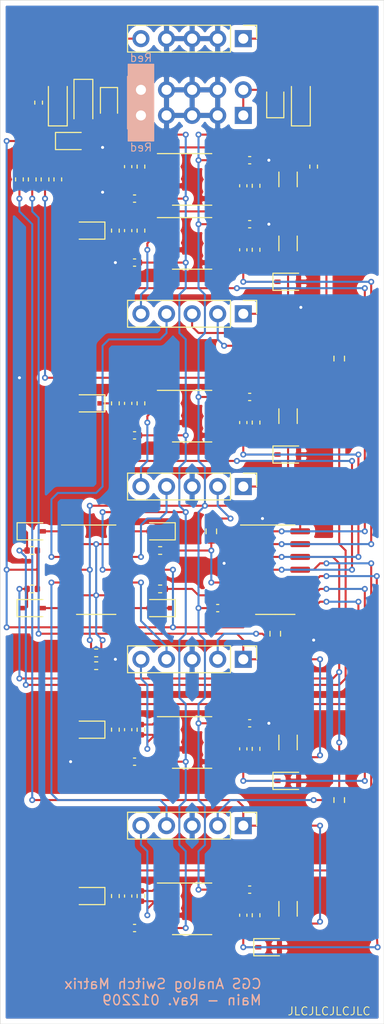
<source format=kicad_pcb>
(kicad_pcb (version 20171130) (host pcbnew "(5.1.9)-1")
  (layers (0 F.Cu signal) (31 B.Cu signal) (34 B.Paste user) (35 F.Paste user) (36 B.SilkS user) (37 F.SilkS user) (38 B.Mask user) (39 F.Mask user) (44 Edge.Cuts user))
  (net 0 "")
  (net 1 GND)
  (net 2 I1)
  (net 3 "Net-(C1-Pad1)")
  (net 4 "Net-(C2-Pad1)")
  (net 5 "Net-(C3-Pad1)")
  (net 6 "Net-(C4-Pad1)")
  (net 7 "Net-(D2-Pad1)")
  (net 8 "Net-(D3-Pad1)")
  (net 9 "Net-(D4-Pad1)")
  (net 10 -12V)
  (net 11 +12V)
  (net 12 C1)
  (net 13 COMOUT)
  (net 14 O1)
  (net 15 I2)
  (net 16 C2)
  (net 17 O2)
  (net 18 I3)
  (net 19 C3)
  (net 20 O3)
  (net 21 I4)
  (net 22 C4)
  (net 23 O4)
  (net 24 B1)
  (net 25 B4)
  (net 26 B3)
  (net 27 B2)
  (net 28 VEE)
  (net 29 "Net-(D11-Pad2)")
  (net 30 "Net-(D12-Pad2)")
  (net 31 "Net-(D13-Pad2)")
  (net 32 "Net-(D14-Pad2)")
  (net 33 "Net-(R17-Pad1)")
  (net 34 L1)
  (net 35 L2)
  (net 36 L3)
  (net 37 L4)
  (net 38 "Net-(C13-Pad2)")
  (net 39 "Net-(C13-Pad1)")
  (net 40 "Net-(C14-Pad2)")
  (net 41 "Net-(C14-Pad1)")
  (net 42 "Net-(C15-Pad2)")
  (net 43 "Net-(C15-Pad1)")
  (net 44 "Net-(C16-Pad2)")
  (net 45 "Net-(C16-Pad1)")
  (net 46 "Net-(C21-Pad2)")
  (net 47 "Net-(C21-Pad1)")
  (net 48 "Net-(C23-Pad2)")
  (net 49 "Net-(C23-Pad1)")
  (net 50 "Net-(D1-Pad2)")
  (net 51 "Net-(D5-Pad1)")
  (net 52 "Net-(D6-Pad1)")
  (module Resistor_SMD:R_1206_3216Metric (layer F.Cu) (at 28.575 17.78 90)
    (fp_text reference R35 hide)
    (fp_text value 1k hide)
    (pad 2 smd roundrect (at 1.4625 0 90) (size 1.125 1.75) (layers F.Cu F.Paste F.Mask) (roundrect_rratio 0.222222) (net 49 "Net-(C23-Pad1)"))
    (pad 1 smd roundrect (at -1.4625 0 90) (size 1.125 1.75) (layers F.Cu F.Paste F.Mask) (roundrect_rratio 0.222222) (net 13 COMOUT))
  )
  (module Resistor_SMD:R_1206_3216Metric (layer F.Cu) (at 28.575 90.17 90)
    (fp_text reference R16 hide)
    (fp_text value 1k hide)
    (pad 2 smd roundrect (at 1.4625 0 90) (size 1.125 1.75) (layers F.Cu F.Paste F.Mask) (roundrect_rratio 0.222222) (net 45 "Net-(C16-Pad1)"))
    (pad 1 smd roundrect (at -1.4625 0 90) (size 1.125 1.75) (layers F.Cu F.Paste F.Mask) (roundrect_rratio 0.222222) (net 23 O4))
  )
  (module Resistor_SMD:R_1206_3216Metric (layer F.Cu) (at 28.575 73.66 90)
    (fp_text reference R15 hide)
    (fp_text value 1k hide)
    (pad 2 smd roundrect (at 1.4625 0 90) (size 1.125 1.75) (layers F.Cu F.Paste F.Mask) (roundrect_rratio 0.222222) (net 43 "Net-(C15-Pad1)"))
    (pad 1 smd roundrect (at -1.4625 0 90) (size 1.125 1.75) (layers F.Cu F.Paste F.Mask) (roundrect_rratio 0.222222) (net 20 O3))
  )
  (module Resistor_SMD:R_1206_3216Metric (layer F.Cu) (at 28.575 41.275 90)
    (fp_text reference R14 hide)
    (fp_text value 1k hide)
    (pad 2 smd roundrect (at 1.4625 0 90) (size 1.125 1.75) (layers F.Cu F.Paste F.Mask) (roundrect_rratio 0.222222) (net 41 "Net-(C14-Pad1)"))
    (pad 1 smd roundrect (at -1.4625 0 90) (size 1.125 1.75) (layers F.Cu F.Paste F.Mask) (roundrect_rratio 0.222222) (net 17 O2))
  )
  (module Resistor_SMD:R_1206_3216Metric (layer F.Cu) (at 28.575 24.13 90)
    (fp_text reference R13 hide)
    (fp_text value 1k hide)
    (pad 2 smd roundrect (at 1.4625 0 90) (size 1.125 1.75) (layers F.Cu F.Paste F.Mask) (roundrect_rratio 0.222222) (net 39 "Net-(C13-Pad1)"))
    (pad 1 smd roundrect (at -1.4625 0 90) (size 1.125 1.75) (layers F.Cu F.Paste F.Mask) (roundrect_rratio 0.222222) (net 14 O1))
  )
  (module Package_SO:SOIC-8_3.9x4.9mm_P1.27mm (layer F.Cu) (at 19.05 90.17)
    (fp_text reference U4 hide)
    (fp_text value TL072CDT hide)
    (pad 8 smd roundrect (at 2.475 -1.905) (size 1.95 0.6) (layers F.Cu F.Paste F.Mask) (net 11 +12V))
    (pad 7 smd roundrect (at 2.475 -0.635) (size 1.95 0.6) (layers F.Cu F.Paste F.Mask) (net 45 "Net-(C16-Pad1)"))
    (pad 6 smd roundrect (at 2.475 0.635) (size 1.95 0.6) (layers F.Cu F.Paste F.Mask) (net 44 "Net-(C16-Pad2)"))
    (pad 5 smd roundrect (at 2.475 1.905) (size 1.95 0.6) (layers F.Cu F.Paste F.Mask) (net 1 GND))
    (pad 4 smd roundrect (at -2.475 1.905) (size 1.95 0.6) (layers F.Cu F.Paste F.Mask) (net 10 -12V))
    (pad 3 smd roundrect (at -2.475 0.635) (size 1.95 0.6) (layers F.Cu F.Paste F.Mask) (net 1 GND))
    (pad 2 smd roundrect (at -2.475 -0.635) (size 1.95 0.6) (layers F.Cu F.Paste F.Mask) (net 21 I4))
    (pad 1 smd roundrect (at -2.475 -1.905) (size 1.95 0.6) (layers F.Cu F.Paste F.Mask) (net 6 "Net-(C4-Pad1)"))
  )
  (module Package_SO:SOIC-8_3.9x4.9mm_P1.27mm (layer F.Cu) (at 19.05 73.66)
    (fp_text reference U3 hide)
    (fp_text value TL072CDT hide)
    (pad 8 smd roundrect (at 2.475 -1.905) (size 1.95 0.6) (layers F.Cu F.Paste F.Mask) (net 11 +12V))
    (pad 7 smd roundrect (at 2.475 -0.635) (size 1.95 0.6) (layers F.Cu F.Paste F.Mask) (net 43 "Net-(C15-Pad1)"))
    (pad 6 smd roundrect (at 2.475 0.635) (size 1.95 0.6) (layers F.Cu F.Paste F.Mask) (net 42 "Net-(C15-Pad2)"))
    (pad 5 smd roundrect (at 2.475 1.905) (size 1.95 0.6) (layers F.Cu F.Paste F.Mask) (net 1 GND))
    (pad 4 smd roundrect (at -2.475 1.905) (size 1.95 0.6) (layers F.Cu F.Paste F.Mask) (net 10 -12V))
    (pad 3 smd roundrect (at -2.475 0.635) (size 1.95 0.6) (layers F.Cu F.Paste F.Mask) (net 1 GND))
    (pad 2 smd roundrect (at -2.475 -0.635) (size 1.95 0.6) (layers F.Cu F.Paste F.Mask) (net 18 I3))
    (pad 1 smd roundrect (at -2.475 -1.905) (size 1.95 0.6) (layers F.Cu F.Paste F.Mask) (net 5 "Net-(C3-Pad1)"))
  )
  (module Resistor_SMD:R_0603_1608Metric (layer F.Cu) (at 33.655 79.375 270)
    (fp_text reference R30 hide)
    (fp_text value 1k hide)
    (pad 2 smd roundrect (at 0.825 0 270) (size 0.8 0.95) (layers F.Cu F.Paste F.Mask) (net 37 L4))
    (pad 1 smd roundrect (at -0.825 0 270) (size 0.8 0.95) (layers F.Cu F.Paste F.Mask) (net 25 B4))
  )
  (module Resistor_SMD:R_0603_1608Metric (layer F.Cu) (at 27.305 62.865 270)
    (fp_text reference R29 hide)
    (fp_text value 1k hide)
    (pad 2 smd roundrect (at 0.825 0 270) (size 0.8 0.95) (layers F.Cu F.Paste F.Mask) (net 36 L3))
    (pad 1 smd roundrect (at -0.825 0 270) (size 0.8 0.95) (layers F.Cu F.Paste F.Mask) (net 26 B3))
  )
  (module Resistor_SMD:R_0603_1608Metric (layer F.Cu) (at 20.955 52.705 90)
    (fp_text reference R28 hide)
    (fp_text value 1k hide)
    (pad 2 smd roundrect (at 0.825 0 90) (size 0.8 0.95) (layers F.Cu F.Paste F.Mask) (net 35 L2))
    (pad 1 smd roundrect (at -0.825 0 90) (size 0.8 0.95) (layers F.Cu F.Paste F.Mask) (net 27 B2))
  )
  (module Resistor_SMD:R_0603_1608Metric (layer F.Cu) (at 33.655 35.56 90)
    (fp_text reference R27 hide)
    (fp_text value 1k hide)
    (pad 2 smd roundrect (at 0.825 0 90) (size 0.8 0.95) (layers F.Cu F.Paste F.Mask) (net 34 L1))
    (pad 1 smd roundrect (at -0.825 0 90) (size 0.8 0.95) (layers F.Cu F.Paste F.Mask) (net 24 B1))
  )
  (module Capacitor_SMD:C_0402_1005Metric (layer F.Cu) (at 13.335 92.075 180)
    (fp_text reference C10 hide)
    (fp_text value 100n hide)
    (pad 2 smd roundrect (at 0.48 0 180) (size 0.56 0.62) (layers F.Cu F.Paste F.Mask) (net 1 GND))
    (pad 1 smd roundrect (at -0.48 0 180) (size 0.56 0.62) (layers F.Cu F.Paste F.Mask) (net 10 -12V))
  )
  (module Capacitor_SMD:C_0402_1005Metric (layer F.Cu) (at 13.335 75.565 180)
    (fp_text reference C8 hide)
    (fp_text value 100n hide)
    (pad 2 smd roundrect (at 0.48 0 180) (size 0.56 0.62) (layers F.Cu F.Paste F.Mask) (net 1 GND))
    (pad 1 smd roundrect (at -0.48 0 180) (size 0.56 0.62) (layers F.Cu F.Paste F.Mask) (net 10 -12V))
  )
  (module Capacitor_SMD:C_0402_1005Metric (layer F.Cu) (at 24.765 71.755 180)
    (fp_text reference C7 hide)
    (fp_text value 100n hide)
    (pad 2 smd roundrect (at 0.48 0 180) (size 0.56 0.62) (layers F.Cu F.Paste F.Mask) (net 11 +12V))
    (pad 1 smd roundrect (at -0.48 0 180) (size 0.56 0.62) (layers F.Cu F.Paste F.Mask) (net 1 GND))
  )
  (module Package_SO:SOIC-8_3.9x4.9mm_P1.27mm (layer F.Cu) (at 19.05 41.275)
    (fp_text reference U2 hide)
    (fp_text value TL072CDT hide)
    (pad 8 smd roundrect (at 2.475 -1.905) (size 1.95 0.6) (layers F.Cu F.Paste F.Mask) (net 11 +12V))
    (pad 7 smd roundrect (at 2.475 -0.635) (size 1.95 0.6) (layers F.Cu F.Paste F.Mask) (net 41 "Net-(C14-Pad1)"))
    (pad 6 smd roundrect (at 2.475 0.635) (size 1.95 0.6) (layers F.Cu F.Paste F.Mask) (net 40 "Net-(C14-Pad2)"))
    (pad 5 smd roundrect (at 2.475 1.905) (size 1.95 0.6) (layers F.Cu F.Paste F.Mask) (net 1 GND))
    (pad 4 smd roundrect (at -2.475 1.905) (size 1.95 0.6) (layers F.Cu F.Paste F.Mask) (net 10 -12V))
    (pad 3 smd roundrect (at -2.475 0.635) (size 1.95 0.6) (layers F.Cu F.Paste F.Mask) (net 1 GND))
    (pad 2 smd roundrect (at -2.475 -0.635) (size 1.95 0.6) (layers F.Cu F.Paste F.Mask) (net 15 I2))
    (pad 1 smd roundrect (at -2.475 -1.905) (size 1.95 0.6) (layers F.Cu F.Paste F.Mask) (net 4 "Net-(C2-Pad1)"))
  )
  (module Capacitor_SMD:C_0402_1005Metric (layer F.Cu) (at 13.335 43.18 180)
    (fp_text reference C20 hide)
    (fp_text value 100n hide)
    (pad 2 smd roundrect (at 0.48 0 180) (size 0.56 0.62) (layers F.Cu F.Paste F.Mask) (net 1 GND))
    (pad 1 smd roundrect (at -0.48 0 180) (size 0.56 0.62) (layers F.Cu F.Paste F.Mask) (net 10 -12V))
  )
  (module Capacitor_SMD:C_0402_1005Metric (layer F.Cu) (at 24.765 39.37 180)
    (fp_text reference C19 hide)
    (fp_text value 100n hide)
    (pad 2 smd roundrect (at 0.48 0 180) (size 0.56 0.62) (layers F.Cu F.Paste F.Mask) (net 11 +12V))
    (pad 1 smd roundrect (at -0.48 0 180) (size 0.56 0.62) (layers F.Cu F.Paste F.Mask) (net 1 GND))
  )
  (module Diode_SMD:D_SOD-323 (layer F.Cu) (at 28.575 27.94)
    (fp_text reference D7 hide)
    (fp_text value 1N4148 hide)
    (pad 2 smd rect (at 1.05 0) (size 0.6 0.45) (layers F.Cu F.Paste F.Mask) (net 1 GND))
    (pad 1 smd rect (at -1.05 0) (size 0.6 0.45) (layers F.Cu F.Paste F.Mask) (net 38 "Net-(C13-Pad2)"))
  )
  (module Package_SO:SOIC-8_3.9x4.9mm_P1.27mm (layer F.Cu) (at 19.05 24.13)
    (fp_text reference U1 hide)
    (fp_text value TL072CDT hide)
    (pad 8 smd roundrect (at 2.475 -1.905) (size 1.95 0.6) (layers F.Cu F.Paste F.Mask) (net 11 +12V))
    (pad 7 smd roundrect (at 2.475 -0.635) (size 1.95 0.6) (layers F.Cu F.Paste F.Mask) (net 39 "Net-(C13-Pad1)"))
    (pad 6 smd roundrect (at 2.475 0.635) (size 1.95 0.6) (layers F.Cu F.Paste F.Mask) (net 38 "Net-(C13-Pad2)"))
    (pad 5 smd roundrect (at 2.475 1.905) (size 1.95 0.6) (layers F.Cu F.Paste F.Mask) (net 1 GND))
    (pad 4 smd roundrect (at -2.475 1.905) (size 1.95 0.6) (layers F.Cu F.Paste F.Mask) (net 10 -12V))
    (pad 3 smd roundrect (at -2.475 0.635) (size 1.95 0.6) (layers F.Cu F.Paste F.Mask) (net 1 GND))
    (pad 2 smd roundrect (at -2.475 -0.635) (size 1.95 0.6) (layers F.Cu F.Paste F.Mask) (net 2 I1))
    (pad 1 smd roundrect (at -2.475 -1.905) (size 1.95 0.6) (layers F.Cu F.Paste F.Mask) (net 3 "Net-(C1-Pad1)"))
  )
  (module Capacitor_SMD:C_0402_1005Metric (layer F.Cu) (at 13.335 26.035 180)
    (fp_text reference C18 hide)
    (fp_text value 100n hide)
    (pad 2 smd roundrect (at 0.48 0 180) (size 0.56 0.62) (layers F.Cu F.Paste F.Mask) (net 1 GND))
    (pad 1 smd roundrect (at -0.48 0 180) (size 0.56 0.62) (layers F.Cu F.Paste F.Mask) (net 10 -12V))
  )
  (module Capacitor_SMD:C_0402_1005Metric (layer F.Cu) (at 24.765 22.225 180)
    (fp_text reference C17 hide)
    (fp_text value 100n hide)
    (pad 2 smd roundrect (at 0.48 0 180) (size 0.56 0.62) (layers F.Cu F.Paste F.Mask) (net 11 +12V))
    (pad 1 smd roundrect (at -0.48 0 180) (size 0.56 0.62) (layers F.Cu F.Paste F.Mask) (net 1 GND))
  )
  (module Package_SO:SOIC-8_3.9x4.9mm_P1.27mm (layer F.Cu) (at 19.05 17.78)
    (fp_text reference U7 hide)
    (fp_text value TL072CDT hide)
    (pad 8 smd roundrect (at 2.475 -1.905) (size 1.95 0.6) (layers F.Cu F.Paste F.Mask) (net 11 +12V))
    (pad 7 smd roundrect (at 2.475 -0.635) (size 1.95 0.6) (layers F.Cu F.Paste F.Mask) (net 49 "Net-(C23-Pad1)"))
    (pad 6 smd roundrect (at 2.475 0.635) (size 1.95 0.6) (layers F.Cu F.Paste F.Mask) (net 48 "Net-(C23-Pad2)"))
    (pad 5 smd roundrect (at 2.475 1.905) (size 1.95 0.6) (layers F.Cu F.Paste F.Mask) (net 1 GND))
    (pad 4 smd roundrect (at -2.475 1.905) (size 1.95 0.6) (layers F.Cu F.Paste F.Mask) (net 10 -12V))
    (pad 3 smd roundrect (at -2.475 0.635) (size 1.95 0.6) (layers F.Cu F.Paste F.Mask) (net 1 GND))
    (pad 2 smd roundrect (at -2.475 -0.635) (size 1.95 0.6) (layers F.Cu F.Paste F.Mask) (net 46 "Net-(C21-Pad2)"))
    (pad 1 smd roundrect (at -2.475 -1.905) (size 1.95 0.6) (layers F.Cu F.Paste F.Mask) (net 47 "Net-(C21-Pad1)"))
  )
  (module Package_SO:SOIC-14_3.9x8.7mm_P1.27mm (layer F.Cu) (at 9.525 56.515)
    (fp_text reference U6 hide)
    (fp_text value TL074IDT hide)
    (pad 14 smd roundrect (at 2.475 -3.81) (size 1.95 0.6) (layers F.Cu F.Paste F.Mask) (net 30 "Net-(D12-Pad2)"))
    (pad 13 smd roundrect (at 2.475 -2.54) (size 1.95 0.6) (layers F.Cu F.Paste F.Mask) (net 33 "Net-(R17-Pad1)"))
    (pad 12 smd roundrect (at 2.475 -1.27) (size 1.95 0.6) (layers F.Cu F.Paste F.Mask) (net 16 C2))
    (pad 11 smd roundrect (at 2.475 0) (size 1.95 0.6) (layers F.Cu F.Paste F.Mask) (net 10 -12V))
    (pad 10 smd roundrect (at 2.475 1.27) (size 1.95 0.6) (layers F.Cu F.Paste F.Mask) (net 19 C3))
    (pad 9 smd roundrect (at 2.475 2.54) (size 1.95 0.6) (layers F.Cu F.Paste F.Mask) (net 33 "Net-(R17-Pad1)"))
    (pad 8 smd roundrect (at 2.475 3.81) (size 1.95 0.6) (layers F.Cu F.Paste F.Mask) (net 31 "Net-(D13-Pad2)"))
    (pad 7 smd roundrect (at -2.475 3.81) (size 1.95 0.6) (layers F.Cu F.Paste F.Mask) (net 32 "Net-(D14-Pad2)"))
    (pad 6 smd roundrect (at -2.475 2.54) (size 1.95 0.6) (layers F.Cu F.Paste F.Mask) (net 33 "Net-(R17-Pad1)"))
    (pad 5 smd roundrect (at -2.475 1.27) (size 1.95 0.6) (layers F.Cu F.Paste F.Mask) (net 22 C4))
    (pad 4 smd roundrect (at -2.475 0) (size 1.95 0.6) (layers F.Cu F.Paste F.Mask) (net 11 +12V))
    (pad 3 smd roundrect (at -2.475 -1.27) (size 1.95 0.6) (layers F.Cu F.Paste F.Mask) (net 12 C1))
    (pad 2 smd roundrect (at -2.475 -2.54) (size 1.95 0.6) (layers F.Cu F.Paste F.Mask) (net 33 "Net-(R17-Pad1)"))
    (pad 1 smd roundrect (at -2.475 -3.81) (size 1.95 0.6) (layers F.Cu F.Paste F.Mask) (net 29 "Net-(D11-Pad2)"))
  )
  (module Resistor_SMD:R_0402_1005Metric (layer F.Cu) (at 3.81 10.16 270)
    (fp_text reference R32 hide)
    (fp_text value 1k hide)
    (pad 2 smd roundrect (at 0.51 0 270) (size 0.54 0.64) (layers F.Cu F.Paste F.Mask) (net 28 VEE))
    (pad 1 smd roundrect (at -0.51 0 270) (size 0.54 0.64) (layers F.Cu F.Paste F.Mask) (net 10 -12V))
  )
  (module Resistor_SMD:R_0402_1005Metric (layer F.Cu) (at 25.4 18.415 90)
    (fp_text reference R34 hide)
    (fp_text value 100k hide)
    (pad 2 smd roundrect (at 0.51 0 90) (size 0.54 0.64) (layers F.Cu F.Paste F.Mask) (net 48 "Net-(C23-Pad2)"))
    (pad 1 smd roundrect (at -0.51 0 90) (size 0.54 0.64) (layers F.Cu F.Paste F.Mask) (net 13 COMOUT))
  )
  (module Resistor_SMD:R_0402_1005Metric (layer F.Cu) (at 31.115 16.51 90)
    (fp_text reference R33 hide)
    (fp_text value 100k hide)
    (pad 2 smd roundrect (at 0.51 0 90) (size 0.54 0.64) (layers F.Cu F.Paste F.Mask) (net 47 "Net-(C21-Pad1)"))
    (pad 1 smd roundrect (at -0.51 0 90) (size 0.54 0.64) (layers F.Cu F.Paste F.Mask) (net 48 "Net-(C23-Pad2)"))
  )
  (module Resistor_SMD:R_0402_1005Metric (layer F.Cu) (at 13.97 16.51 270)
    (fp_text reference R31 hide)
    (fp_text value 100k hide)
    (pad 2 smd roundrect (at 0.51 0 270) (size 0.54 0.64) (layers F.Cu F.Paste F.Mask) (net 46 "Net-(C21-Pad2)"))
    (pad 1 smd roundrect (at -0.51 0 270) (size 0.54 0.64) (layers F.Cu F.Paste F.Mask) (net 47 "Net-(C21-Pad1)"))
  )
  (module Resistor_SMD:R_0402_1005Metric (layer F.Cu) (at 1.905 17.78 270)
    (fp_text reference R26 hide)
    (fp_text value 100k hide)
    (pad 2 smd roundrect (at 0.51 0 270) (size 0.54 0.64) (layers F.Cu F.Paste F.Mask) (net 23 O4))
    (pad 1 smd roundrect (at -0.51 0 270) (size 0.54 0.64) (layers F.Cu F.Paste F.Mask) (net 46 "Net-(C21-Pad2)"))
  )
  (module Resistor_SMD:R_0402_1005Metric (layer F.Cu) (at 3.175 17.78 270)
    (fp_text reference R25 hide)
    (fp_text value 100k hide)
    (pad 2 smd roundrect (at 0.51 0 270) (size 0.54 0.64) (layers F.Cu F.Paste F.Mask) (net 20 O3))
    (pad 1 smd roundrect (at -0.51 0 270) (size 0.54 0.64) (layers F.Cu F.Paste F.Mask) (net 46 "Net-(C21-Pad2)"))
  )
  (module Resistor_SMD:R_0402_1005Metric (layer F.Cu) (at 4.445 17.78 270)
    (fp_text reference R24 hide)
    (fp_text value 100k hide)
    (pad 2 smd roundrect (at 0.51 0 270) (size 0.54 0.64) (layers F.Cu F.Paste F.Mask) (net 17 O2))
    (pad 1 smd roundrect (at -0.51 0 270) (size 0.54 0.64) (layers F.Cu F.Paste F.Mask) (net 46 "Net-(C21-Pad2)"))
  )
  (module Resistor_SMD:R_0402_1005Metric (layer F.Cu) (at 5.715 17.78 270)
    (fp_text reference R23 hide)
    (fp_text value 100k hide)
    (pad 2 smd roundrect (at 0.51 0 270) (size 0.54 0.64) (layers F.Cu F.Paste F.Mask) (net 14 O1))
    (pad 1 smd roundrect (at -0.51 0 270) (size 0.54 0.64) (layers F.Cu F.Paste F.Mask) (net 46 "Net-(C21-Pad2)"))
  )
  (module Resistor_SMD:R_0402_1005Metric (layer F.Cu) (at 15.875 54.61)
    (fp_text reference R20 hide)
    (fp_text value 100k hide)
    (pad 2 smd roundrect (at 0.51 0) (size 0.54 0.64) (layers F.Cu F.Paste F.Mask) (net 27 B2))
    (pad 1 smd roundrect (at -0.51 0) (size 0.54 0.64) (layers F.Cu F.Paste F.Mask) (net 28 VEE))
  )
  (module Resistor_SMD:R_0402_1005Metric (layer F.Cu) (at 15.875 58.42)
    (fp_text reference R21 hide)
    (fp_text value 100k hide)
    (pad 2 smd roundrect (at 0.51 0) (size 0.54 0.64) (layers F.Cu F.Paste F.Mask) (net 26 B3))
    (pad 1 smd roundrect (at -0.51 0) (size 0.54 0.64) (layers F.Cu F.Paste F.Mask) (net 28 VEE))
  )
  (module Resistor_SMD:R_0402_1005Metric (layer F.Cu) (at 3.175 58.42 180)
    (fp_text reference R22 hide)
    (fp_text value 100k hide)
    (pad 2 smd roundrect (at 0.51 0 180) (size 0.54 0.64) (layers F.Cu F.Paste F.Mask) (net 25 B4))
    (pad 1 smd roundrect (at -0.51 0 180) (size 0.54 0.64) (layers F.Cu F.Paste F.Mask) (net 28 VEE))
  )
  (module Resistor_SMD:R_0402_1005Metric (layer F.Cu) (at 3.175 54.61 180)
    (fp_text reference R19 hide)
    (fp_text value 100k hide)
    (pad 2 smd roundrect (at 0.51 0 180) (size 0.54 0.64) (layers F.Cu F.Paste F.Mask) (net 24 B1))
    (pad 1 smd roundrect (at -0.51 0 180) (size 0.54 0.64) (layers F.Cu F.Paste F.Mask) (net 28 VEE))
  )
  (module Resistor_SMD:R_0402_1005Metric (layer F.Cu) (at 9.525 66.04)
    (fp_text reference R18 hide)
    (fp_text value 10k hide)
    (pad 2 smd roundrect (at 0.51 0) (size 0.54 0.64) (layers F.Cu F.Paste F.Mask) (net 33 "Net-(R17-Pad1)"))
    (pad 1 smd roundrect (at -0.51 0) (size 0.54 0.64) (layers F.Cu F.Paste F.Mask) (net 1 GND))
  )
  (module Resistor_SMD:R_0402_1005Metric (layer F.Cu) (at 9.525 64.77 180)
    (fp_text reference R17 hide)
    (fp_text value 100k hide)
    (pad 2 smd roundrect (at 0.51 0 180) (size 0.54 0.64) (layers F.Cu F.Paste F.Mask) (net 11 +12V))
    (pad 1 smd roundrect (at -0.51 0 180) (size 0.54 0.64) (layers F.Cu F.Paste F.Mask) (net 33 "Net-(R17-Pad1)"))
  )
  (module CATs_Eurosynth_Specials:Power_2x5_Vertical (layer B.Cu) (at 24.13 11.43 90)
    (fp_text reference J1 hide)
    (fp_text value Power hide)
    (fp_text user Red (at -3.175 -10.16 180) (layer B.SilkS) (effects (font (size 0.8 0.8) (thickness 0.1)) (justify mirror)))
    (fp_text user Red (at 5.715 -10.16 180) (layer B.SilkS) (effects (font (size 0.8 0.8) (thickness 0.1)) (justify mirror)))
    (pad -12V thru_hole oval (at 2.54 -10.16 90) (size 1.7 1.7) (drill 1) (layers *.Cu *.Mask) (net 7 "Net-(D2-Pad1)"))
    (pad -12V thru_hole oval (at 0 -10.16 90) (size 1.7 1.7) (drill 1) (layers *.Cu *.Mask) (net 7 "Net-(D2-Pad1)"))
    (pad GND thru_hole oval (at 2.54 -7.62 90) (size 1.7 1.7) (drill 1) (layers *.Cu *.Mask) (net 1 GND))
    (pad GND thru_hole oval (at 0 -7.62 90) (size 1.7 1.7) (drill 1) (layers *.Cu *.Mask) (net 1 GND))
    (pad GND thru_hole oval (at 2.54 -5.08 90) (size 1.7 1.7) (drill 1) (layers *.Cu *.Mask) (net 1 GND))
    (pad GND thru_hole oval (at 0 -5.08 90) (size 1.7 1.7) (drill 1) (layers *.Cu *.Mask) (net 1 GND))
    (pad GND thru_hole oval (at 2.54 -2.54 90) (size 1.7 1.7) (drill 1) (layers *.Cu *.Mask) (net 1 GND))
    (pad GND thru_hole oval (at 0 -2.54 90) (size 1.7 1.7) (drill 1) (layers *.Cu *.Mask) (net 1 GND))
    (pad +12V thru_hole oval (at 2.54 0 90) (size 1.7 1.7) (drill 1) (layers *.Cu *.Mask) (net 50 "Net-(D1-Pad2)"))
    (pad +12V thru_hole rect (at 0 0 90) (size 1.7 1.7) (drill 1) (layers *.Cu *.Mask) (net 50 "Net-(D1-Pad2)"))
  )
  (module Diode_SMD:D_SOD-323 (layer F.Cu) (at 6.985 13.97)
    (fp_text reference D15 hide)
    (fp_text value 1N4148 hide)
    (pad 2 smd rect (at 1.05 0) (size 0.6 0.45) (layers F.Cu F.Paste F.Mask) (net 1 GND))
    (pad 1 smd rect (at -1.05 0) (size 0.6 0.45) (layers F.Cu F.Paste F.Mask) (net 28 VEE))
  )
  (module Diode_SMD:D_SOD-323 (layer F.Cu) (at 15.875 52.705 180)
    (fp_text reference D12 hide)
    (fp_text value 1N4148 hide)
    (pad 2 smd rect (at 1.05 0 180) (size 0.6 0.45) (layers F.Cu F.Paste F.Mask) (net 30 "Net-(D12-Pad2)"))
    (pad 1 smd rect (at -1.05 0 180) (size 0.6 0.45) (layers F.Cu F.Paste F.Mask) (net 27 B2))
  )
  (module Diode_SMD:D_SOD-323 (layer F.Cu) (at 15.875 60.325 180)
    (fp_text reference D13 hide)
    (fp_text value 1N4148 hide)
    (pad 2 smd rect (at 1.05 0 180) (size 0.6 0.45) (layers F.Cu F.Paste F.Mask) (net 31 "Net-(D13-Pad2)"))
    (pad 1 smd rect (at -1.05 0 180) (size 0.6 0.45) (layers F.Cu F.Paste F.Mask) (net 26 B3))
  )
  (module Diode_SMD:D_SOD-323 (layer F.Cu) (at 3.175 60.325)
    (fp_text reference D14 hide)
    (fp_text value 1N4148 hide)
    (pad 2 smd rect (at 1.05 0) (size 0.6 0.45) (layers F.Cu F.Paste F.Mask) (net 32 "Net-(D14-Pad2)"))
    (pad 1 smd rect (at -1.05 0) (size 0.6 0.45) (layers F.Cu F.Paste F.Mask) (net 25 B4))
  )
  (module Diode_SMD:D_SOD-323 (layer F.Cu) (at 3.175 52.705)
    (fp_text reference D11 hide)
    (fp_text value 1N4148 hide)
    (pad 2 smd rect (at 1.05 0) (size 0.6 0.45) (layers F.Cu F.Paste F.Mask) (net 29 "Net-(D11-Pad2)"))
    (pad 1 smd rect (at -1.05 0) (size 0.6 0.45) (layers F.Cu F.Paste F.Mask) (net 24 B1))
  )
  (module Diode_SMD:D_SOD-323 (layer F.Cu) (at 10.795 10.16 270)
    (fp_text reference D2 hide)
    (fp_text value B5817WS hide)
    (pad 2 smd rect (at 1.05 0 270) (size 0.6 0.45) (layers F.Cu F.Paste F.Mask) (net 10 -12V))
    (pad 1 smd rect (at -1.05 0 270) (size 0.6 0.45) (layers F.Cu F.Paste F.Mask) (net 7 "Net-(D2-Pad1)"))
  )
  (module Diode_SMD:D_SOD-323 (layer F.Cu) (at 27.305 10.16 90)
    (fp_text reference D1 hide)
    (fp_text value B5817WS hide)
    (pad 2 smd rect (at 1.05 0 90) (size 0.6 0.45) (layers F.Cu F.Paste F.Mask) (net 50 "Net-(D1-Pad2)"))
    (pad 1 smd rect (at -1.05 0 90) (size 0.6 0.45) (layers F.Cu F.Paste F.Mask) (net 11 +12V))
  )
  (module Capacitor_SMD:C_0402_1005Metric (layer F.Cu) (at 21.59 60.325 180)
    (fp_text reference C24 hide)
    (fp_text value 100n hide)
    (pad 2 smd roundrect (at 0.48 0 180) (size 0.56 0.62) (layers F.Cu F.Paste F.Mask) (net 11 +12V))
    (pad 1 smd roundrect (at -0.48 0 180) (size 0.56 0.62) (layers F.Cu F.Paste F.Mask) (net 28 VEE))
  )
  (module Capacitor_Tantalum_SMD:CP_EIA-3216-18_Kemet-A (layer F.Cu) (at 5.715 10.16 90)
    (fp_text reference C22 hide)
    (fp_text value 10µF hide)
    (pad 2 smd roundrect (at 1.35 0 90) (size 1.4 1.35) (layers F.Cu F.Paste F.Mask) (roundrect_rratio 0.1851844444444445) (net 10 -12V))
    (pad 1 smd roundrect (at -1.35 0 90) (size 1.4 1.35) (layers F.Cu F.Paste F.Mask) (roundrect_rratio 0.1851844444444445) (net 28 VEE))
  )
  (module Capacitor_SMD:C_0402_1005Metric (layer F.Cu) (at 13.335 19.685 180)
    (fp_text reference C12 hide)
    (fp_text value 100n hide)
    (pad 2 smd roundrect (at 0.48 0 180) (size 0.56 0.62) (layers F.Cu F.Paste F.Mask) (net 1 GND))
    (pad 1 smd roundrect (at -0.48 0 180) (size 0.56 0.62) (layers F.Cu F.Paste F.Mask) (net 10 -12V))
  )
  (module Capacitor_SMD:C_0402_1005Metric (layer F.Cu) (at 24.765 15.875 180)
    (fp_text reference C11 hide)
    (fp_text value 100n hide)
    (pad 2 smd roundrect (at 0.48 0 180) (size 0.56 0.62) (layers F.Cu F.Paste F.Mask) (net 11 +12V))
    (pad 1 smd roundrect (at -0.48 0 180) (size 0.56 0.62) (layers F.Cu F.Paste F.Mask) (net 1 GND))
  )
  (module Capacitor_SMD:C_0402_1005Metric (layer F.Cu) (at 24.765 88.265 180)
    (fp_text reference C9 hide)
    (fp_text value 100n hide)
    (pad 2 smd roundrect (at 0.48 0 180) (size 0.56 0.62) (layers F.Cu F.Paste F.Mask) (net 11 +12V))
    (pad 1 smd roundrect (at -0.48 0 180) (size 0.56 0.62) (layers F.Cu F.Paste F.Mask) (net 1 GND))
  )
  (module Capacitor_Tantalum_SMD:CP_EIA-3216-18_Kemet-A (layer F.Cu) (at 8.255 10.16 270)
    (fp_text reference C6 hide)
    (fp_text value 10µF hide)
    (pad 2 smd roundrect (at 1.35 0 270) (size 1.4 1.35) (layers F.Cu F.Paste F.Mask) (roundrect_rratio 0.1851844444444445) (net 10 -12V))
    (pad 1 smd roundrect (at -1.35 0 270) (size 1.4 1.35) (layers F.Cu F.Paste F.Mask) (roundrect_rratio 0.1851844444444445) (net 1 GND))
  )
  (module Capacitor_Tantalum_SMD:CP_EIA-3216-18_Kemet-A (layer F.Cu) (at 29.845 10.16 90)
    (fp_text reference C5 hide)
    (fp_text value 10µF hide)
    (pad 2 smd roundrect (at 1.35 0 90) (size 1.4 1.35) (layers F.Cu F.Paste F.Mask) (roundrect_rratio 0.1851844444444445) (net 1 GND))
    (pad 1 smd roundrect (at -1.35 0 90) (size 1.4 1.35) (layers F.Cu F.Paste F.Mask) (roundrect_rratio 0.1851844444444445) (net 11 +12V))
  )
  (module Capacitor_SMD:C_0402_1005Metric (layer F.Cu) (at 24.13 18.415 270)
    (fp_text reference C23 hide)
    (fp_text value 47p hide)
    (pad 2 smd roundrect (at 0.48 0 270) (size 0.56 0.62) (layers F.Cu F.Paste F.Mask) (net 48 "Net-(C23-Pad2)"))
    (pad 1 smd roundrect (at -0.48 0 270) (size 0.56 0.62) (layers F.Cu F.Paste F.Mask) (net 49 "Net-(C23-Pad1)"))
  )
  (module Capacitor_SMD:C_0402_1005Metric (layer F.Cu) (at 12.7 16.51 270)
    (fp_text reference C21 hide)
    (fp_text value 47p hide)
    (pad 2 smd roundrect (at 0.48 0 270) (size 0.56 0.62) (layers F.Cu F.Paste F.Mask) (net 46 "Net-(C21-Pad2)"))
    (pad 1 smd roundrect (at -0.48 0 270) (size 0.56 0.62) (layers F.Cu F.Paste F.Mask) (net 47 "Net-(C21-Pad1)"))
  )
  (module Diode_SMD:D_SOD-323 (layer F.Cu) (at 26.67 93.98)
    (fp_text reference D10 hide)
    (fp_text value 1N4148 hide)
    (pad 2 smd rect (at 1.05 0) (size 0.6 0.45) (layers F.Cu F.Paste F.Mask) (net 1 GND))
    (pad 1 smd rect (at -1.05 0) (size 0.6 0.45) (layers F.Cu F.Paste F.Mask) (net 44 "Net-(C16-Pad2)"))
  )
  (module Diode_SMD:D_SOD-323 (layer F.Cu) (at 28.575 77.47)
    (fp_text reference D9 hide)
    (fp_text value 1N4148 hide)
    (pad 2 smd rect (at 1.05 0) (size 0.6 0.45) (layers F.Cu F.Paste F.Mask) (net 1 GND))
    (pad 1 smd rect (at -1.05 0) (size 0.6 0.45) (layers F.Cu F.Paste F.Mask) (net 42 "Net-(C15-Pad2)"))
  )
  (module Diode_SMD:D_SOD-323 (layer F.Cu) (at 28.575 45.085)
    (fp_text reference D8 hide)
    (fp_text value 1N4148 hide)
    (pad 2 smd rect (at 1.05 0) (size 0.6 0.45) (layers F.Cu F.Paste F.Mask) (net 1 GND))
    (pad 1 smd rect (at -1.05 0) (size 0.6 0.45) (layers F.Cu F.Paste F.Mask) (net 40 "Net-(C14-Pad2)"))
  )
  (module Diode_SMD:D_SOD-323 (layer F.Cu) (at 8.89 88.9 180)
    (fp_text reference D6 hide)
    (fp_text value 1N4148 hide)
    (pad 2 smd rect (at 1.05 0 180) (size 0.6 0.45) (layers F.Cu F.Paste F.Mask) (net 1 GND))
    (pad 1 smd rect (at -1.05 0 180) (size 0.6 0.45) (layers F.Cu F.Paste F.Mask) (net 52 "Net-(D6-Pad1)"))
  )
  (module Diode_SMD:D_SOD-323 (layer F.Cu) (at 8.89 72.39 180)
    (fp_text reference D5 hide)
    (fp_text value 1N4148 hide)
    (pad 2 smd rect (at 1.05 0 180) (size 0.6 0.45) (layers F.Cu F.Paste F.Mask) (net 1 GND))
    (pad 1 smd rect (at -1.05 0 180) (size 0.6 0.45) (layers F.Cu F.Paste F.Mask) (net 51 "Net-(D5-Pad1)"))
  )
  (module Diode_SMD:D_SOD-323 (layer F.Cu) (at 8.89 40.005 180)
    (fp_text reference D4 hide)
    (fp_text value 1N4148 hide)
    (pad 2 smd rect (at 1.05 0 180) (size 0.6 0.45) (layers F.Cu F.Paste F.Mask) (net 1 GND))
    (pad 1 smd rect (at -1.05 0 180) (size 0.6 0.45) (layers F.Cu F.Paste F.Mask) (net 9 "Net-(D4-Pad1)"))
  )
  (module Diode_SMD:D_SOD-323 (layer F.Cu) (at 8.89 22.86 180)
    (fp_text reference D3 hide)
    (fp_text value 1N4148 hide)
    (pad 2 smd rect (at 1.05 0 180) (size 0.6 0.45) (layers F.Cu F.Paste F.Mask) (net 1 GND))
    (pad 1 smd rect (at -1.05 0 180) (size 0.6 0.45) (layers F.Cu F.Paste F.Mask) (net 8 "Net-(D3-Pad1)"))
  )
  (module Package_SO:SOIC-14_3.9x8.7mm_P1.27mm (layer F.Cu) (at 27.305 56.515)
    (fp_text reference U5 hide)
    (fp_text value CD4066BM/TR hide)
    (pad 14 smd roundrect (at 2.475 -3.81) (size 1.95 0.6) (layers F.Cu F.Paste F.Mask) (net 11 +12V))
    (pad 13 smd roundrect (at 2.475 -2.54) (size 1.95 0.6) (layers F.Cu F.Paste F.Mask) (net 24 B1))
    (pad 12 smd roundrect (at 2.475 -1.27) (size 1.95 0.6) (layers F.Cu F.Paste F.Mask) (net 25 B4))
    (pad 11 smd roundrect (at 2.475 0) (size 1.95 0.6) (layers F.Cu F.Paste F.Mask) (net 52 "Net-(D6-Pad1)"))
    (pad 10 smd roundrect (at 2.475 1.27) (size 1.95 0.6) (layers F.Cu F.Paste F.Mask) (net 44 "Net-(C16-Pad2)"))
    (pad 9 smd roundrect (at 2.475 2.54) (size 1.95 0.6) (layers F.Cu F.Paste F.Mask) (net 42 "Net-(C15-Pad2)"))
    (pad 8 smd roundrect (at 2.475 3.81) (size 1.95 0.6) (layers F.Cu F.Paste F.Mask) (net 51 "Net-(D5-Pad1)"))
    (pad 7 smd roundrect (at -2.475 3.81) (size 1.95 0.6) (layers F.Cu F.Paste F.Mask) (net 28 VEE))
    (pad 6 smd roundrect (at -2.475 2.54) (size 1.95 0.6) (layers F.Cu F.Paste F.Mask) (net 26 B3))
    (pad 5 smd roundrect (at -2.475 1.27) (size 1.95 0.6) (layers F.Cu F.Paste F.Mask) (net 27 B2))
    (pad 4 smd roundrect (at -2.475 0) (size 1.95 0.6) (layers F.Cu F.Paste F.Mask) (net 9 "Net-(D4-Pad1)"))
    (pad 3 smd roundrect (at -2.475 -1.27) (size 1.95 0.6) (layers F.Cu F.Paste F.Mask) (net 40 "Net-(C14-Pad2)"))
    (pad 2 smd roundrect (at -2.475 -2.54) (size 1.95 0.6) (layers F.Cu F.Paste F.Mask) (net 38 "Net-(C13-Pad2)"))
    (pad 1 smd roundrect (at -2.475 -3.81) (size 1.95 0.6) (layers F.Cu F.Paste F.Mask) (net 8 "Net-(D3-Pad1)"))
  )
  (module Resistor_SMD:R_0402_1005Metric (layer F.Cu) (at 25.4 90.805 90)
    (fp_text reference R12 hide)
    (fp_text value 100k hide)
    (pad 2 smd roundrect (at 0.51 0 90) (size 0.54 0.64) (layers F.Cu F.Paste F.Mask) (net 44 "Net-(C16-Pad2)"))
    (pad 1 smd roundrect (at -0.51 0 90) (size 0.54 0.64) (layers F.Cu F.Paste F.Mask) (net 23 O4))
  )
  (module Resistor_SMD:R_0402_1005Metric (layer F.Cu) (at 25.4 74.295 90)
    (fp_text reference R11 hide)
    (fp_text value 100k hide)
    (pad 2 smd roundrect (at 0.51 0 90) (size 0.54 0.64) (layers F.Cu F.Paste F.Mask) (net 42 "Net-(C15-Pad2)"))
    (pad 1 smd roundrect (at -0.51 0 90) (size 0.54 0.64) (layers F.Cu F.Paste F.Mask) (net 20 O3))
  )
  (module Resistor_SMD:R_0402_1005Metric (layer F.Cu) (at 25.4 41.91 90)
    (fp_text reference R10 hide)
    (fp_text value 100k hide)
    (pad 2 smd roundrect (at 0.51 0 90) (size 0.54 0.64) (layers F.Cu F.Paste F.Mask) (net 40 "Net-(C14-Pad2)"))
    (pad 1 smd roundrect (at -0.51 0 90) (size 0.54 0.64) (layers F.Cu F.Paste F.Mask) (net 17 O2))
  )
  (module Resistor_SMD:R_0402_1005Metric (layer F.Cu) (at 25.4 24.765 90)
    (fp_text reference R9 hide)
    (fp_text value 100k hide)
    (pad 2 smd roundrect (at 0.51 0 90) (size 0.54 0.64) (layers F.Cu F.Paste F.Mask) (net 38 "Net-(C13-Pad2)"))
    (pad 1 smd roundrect (at -0.51 0 90) (size 0.54 0.64) (layers F.Cu F.Paste F.Mask) (net 14 O1))
  )
  (module Resistor_SMD:R_0402_1005Metric (layer F.Cu) (at 11.43 88.9 90)
    (fp_text reference R8 hide)
    (fp_text value 100k hide)
    (pad 2 smd roundrect (at 0.51 0 90) (size 0.54 0.64) (layers F.Cu F.Paste F.Mask) (net 6 "Net-(C4-Pad1)"))
    (pad 1 smd roundrect (at -0.51 0 90) (size 0.54 0.64) (layers F.Cu F.Paste F.Mask) (net 52 "Net-(D6-Pad1)"))
  )
  (module Resistor_SMD:R_0402_1005Metric (layer F.Cu) (at 11.43 72.39 90)
    (fp_text reference R7 hide)
    (fp_text value 100k hide)
    (pad 2 smd roundrect (at 0.51 0 90) (size 0.54 0.64) (layers F.Cu F.Paste F.Mask) (net 5 "Net-(C3-Pad1)"))
    (pad 1 smd roundrect (at -0.51 0 90) (size 0.54 0.64) (layers F.Cu F.Paste F.Mask) (net 51 "Net-(D5-Pad1)"))
  )
  (module Resistor_SMD:R_0402_1005Metric (layer F.Cu) (at 11.43 40.005 90)
    (fp_text reference R6 hide)
    (fp_text value 100k hide)
    (pad 2 smd roundrect (at 0.51 0 90) (size 0.54 0.64) (layers F.Cu F.Paste F.Mask) (net 4 "Net-(C2-Pad1)"))
    (pad 1 smd roundrect (at -0.51 0 90) (size 0.54 0.64) (layers F.Cu F.Paste F.Mask) (net 9 "Net-(D4-Pad1)"))
  )
  (module Resistor_SMD:R_0402_1005Metric (layer F.Cu) (at 11.43 22.86 90)
    (fp_text reference R5 hide)
    (fp_text value 100k hide)
    (pad 2 smd roundrect (at 0.51 0 90) (size 0.54 0.64) (layers F.Cu F.Paste F.Mask) (net 3 "Net-(C1-Pad1)"))
    (pad 1 smd roundrect (at -0.51 0 90) (size 0.54 0.64) (layers F.Cu F.Paste F.Mask) (net 8 "Net-(D3-Pad1)"))
  )
  (module Resistor_SMD:R_0402_1005Metric (layer F.Cu) (at 13.97 88.9 270)
    (fp_text reference R4 hide)
    (fp_text value 100k hide)
    (pad 2 smd roundrect (at 0.51 0 270) (size 0.54 0.64) (layers F.Cu F.Paste F.Mask) (net 21 I4))
    (pad 1 smd roundrect (at -0.51 0 270) (size 0.54 0.64) (layers F.Cu F.Paste F.Mask) (net 6 "Net-(C4-Pad1)"))
  )
  (module Resistor_SMD:R_0402_1005Metric (layer F.Cu) (at 13.97 72.39 270)
    (fp_text reference R3 hide)
    (fp_text value 100k hide)
    (pad 2 smd roundrect (at 0.51 0 270) (size 0.54 0.64) (layers F.Cu F.Paste F.Mask) (net 18 I3))
    (pad 1 smd roundrect (at -0.51 0 270) (size 0.54 0.64) (layers F.Cu F.Paste F.Mask) (net 5 "Net-(C3-Pad1)"))
  )
  (module Resistor_SMD:R_0402_1005Metric (layer F.Cu) (at 13.97 40.005 270)
    (fp_text reference R2 hide)
    (fp_text value 100k hide)
    (pad 2 smd roundrect (at 0.51 0 270) (size 0.54 0.64) (layers F.Cu F.Paste F.Mask) (net 15 I2))
    (pad 1 smd roundrect (at -0.51 0 270) (size 0.54 0.64) (layers F.Cu F.Paste F.Mask) (net 4 "Net-(C2-Pad1)"))
  )
  (module Resistor_SMD:R_0402_1005Metric (layer F.Cu) (at 13.97 22.86 270)
    (fp_text reference R1 hide)
    (fp_text value 100k hide)
    (pad 2 smd roundrect (at 0.51 0 270) (size 0.54 0.64) (layers F.Cu F.Paste F.Mask) (net 2 I1))
    (pad 1 smd roundrect (at -0.51 0 270) (size 0.54 0.64) (layers F.Cu F.Paste F.Mask) (net 3 "Net-(C1-Pad1)"))
  )
  (module Capacitor_SMD:C_0402_1005Metric (layer F.Cu) (at 24.13 90.805 270)
    (fp_text reference C16 hide)
    (fp_text value 47p hide)
    (pad 2 smd roundrect (at 0.48 0 270) (size 0.56 0.62) (layers F.Cu F.Paste F.Mask) (net 44 "Net-(C16-Pad2)"))
    (pad 1 smd roundrect (at -0.48 0 270) (size 0.56 0.62) (layers F.Cu F.Paste F.Mask) (net 45 "Net-(C16-Pad1)"))
  )
  (module Capacitor_SMD:C_0402_1005Metric (layer F.Cu) (at 24.13 74.295 270)
    (fp_text reference C15 hide)
    (fp_text value 47p hide)
    (pad 2 smd roundrect (at 0.48 0 270) (size 0.56 0.62) (layers F.Cu F.Paste F.Mask) (net 42 "Net-(C15-Pad2)"))
    (pad 1 smd roundrect (at -0.48 0 270) (size 0.56 0.62) (layers F.Cu F.Paste F.Mask) (net 43 "Net-(C15-Pad1)"))
  )
  (module Capacitor_SMD:C_0402_1005Metric (layer F.Cu) (at 24.13 41.91 270)
    (fp_text reference C14 hide)
    (fp_text value 47p hide)
    (pad 2 smd roundrect (at 0.48 0 270) (size 0.56 0.62) (layers F.Cu F.Paste F.Mask) (net 40 "Net-(C14-Pad2)"))
    (pad 1 smd roundrect (at -0.48 0 270) (size 0.56 0.62) (layers F.Cu F.Paste F.Mask) (net 41 "Net-(C14-Pad1)"))
  )
  (module Capacitor_SMD:C_0402_1005Metric (layer F.Cu) (at 24.13 24.765 270)
    (fp_text reference C13 hide)
    (fp_text value 47p hide)
    (pad 2 smd roundrect (at 0.48 0 270) (size 0.56 0.62) (layers F.Cu F.Paste F.Mask) (net 38 "Net-(C13-Pad2)"))
    (pad 1 smd roundrect (at -0.48 0 270) (size 0.56 0.62) (layers F.Cu F.Paste F.Mask) (net 39 "Net-(C13-Pad1)"))
  )
  (module Capacitor_SMD:C_0402_1005Metric (layer F.Cu) (at 12.7 88.9 270)
    (fp_text reference C4 hide)
    (fp_text value 47p hide)
    (pad 2 smd roundrect (at 0.48 0 270) (size 0.56 0.62) (layers F.Cu F.Paste F.Mask) (net 21 I4))
    (pad 1 smd roundrect (at -0.48 0 270) (size 0.56 0.62) (layers F.Cu F.Paste F.Mask) (net 6 "Net-(C4-Pad1)"))
  )
  (module Capacitor_SMD:C_0402_1005Metric (layer F.Cu) (at 12.7 72.39 270)
    (fp_text reference C3 hide)
    (fp_text value 47p hide)
    (pad 2 smd roundrect (at 0.48 0 270) (size 0.56 0.62) (layers F.Cu F.Paste F.Mask) (net 18 I3))
    (pad 1 smd roundrect (at -0.48 0 270) (size 0.56 0.62) (layers F.Cu F.Paste F.Mask) (net 5 "Net-(C3-Pad1)"))
  )
  (module Capacitor_SMD:C_0402_1005Metric (layer F.Cu) (at 12.7 40.005 270)
    (fp_text reference C2 hide)
    (fp_text value 47p hide)
    (pad 2 smd roundrect (at 0.48 0 270) (size 0.56 0.62) (layers F.Cu F.Paste F.Mask) (net 15 I2))
    (pad 1 smd roundrect (at -0.48 0 270) (size 0.56 0.62) (layers F.Cu F.Paste F.Mask) (net 4 "Net-(C2-Pad1)"))
  )
  (module Capacitor_SMD:C_0402_1005Metric (layer F.Cu) (at 12.7 22.86 270)
    (fp_text reference C1 hide)
    (fp_text value 47p hide)
    (pad 2 smd roundrect (at 0.48 0 270) (size 0.56 0.62) (layers F.Cu F.Paste F.Mask) (net 2 I1))
    (pad 1 smd roundrect (at -0.48 0 270) (size 0.56 0.62) (layers F.Cu F.Paste F.Mask) (net 3 "Net-(C1-Pad1)"))
  )
  (module Connector_PinHeader_2.54mm:PinHeader_1x05_P2.54mm_Vertical (layer F.Cu) (at 24.13 81.915 270)
    (fp_text reference J5 hide)
    (fp_text value 4 hide)
    (pad 5 thru_hole oval (at 0 10.16 270) (size 1.7 1.7) (drill 1) (layers *.Cu *.Mask) (net 21 I4))
    (pad 4 thru_hole oval (at 0 7.62 270) (size 1.7 1.7) (drill 1) (layers *.Cu *.Mask) (net 22 C4))
    (pad 3 thru_hole oval (at 0 5.08 270) (size 1.7 1.7) (drill 1) (layers *.Cu *.Mask) (net 1 GND))
    (pad 2 thru_hole oval (at 0 2.54 270) (size 1.7 1.7) (drill 1) (layers *.Cu *.Mask) (net 37 L4))
    (pad 1 thru_hole rect (at 0 0 270) (size 1.7 1.7) (drill 1) (layers *.Cu *.Mask) (net 23 O4))
  )
  (module Connector_PinHeader_2.54mm:PinHeader_1x05_P2.54mm_Vertical (layer F.Cu) (at 24.13 65.405 270)
    (fp_text reference J4 hide)
    (fp_text value 3 hide)
    (pad 5 thru_hole oval (at 0 10.16 270) (size 1.7 1.7) (drill 1) (layers *.Cu *.Mask) (net 18 I3))
    (pad 4 thru_hole oval (at 0 7.62 270) (size 1.7 1.7) (drill 1) (layers *.Cu *.Mask) (net 19 C3))
    (pad 3 thru_hole oval (at 0 5.08 270) (size 1.7 1.7) (drill 1) (layers *.Cu *.Mask) (net 1 GND))
    (pad 2 thru_hole oval (at 0 2.54 270) (size 1.7 1.7) (drill 1) (layers *.Cu *.Mask) (net 36 L3))
    (pad 1 thru_hole rect (at 0 0 270) (size 1.7 1.7) (drill 1) (layers *.Cu *.Mask) (net 20 O3))
  )
  (module Connector_PinHeader_2.54mm:PinHeader_1x05_P2.54mm_Vertical (layer F.Cu) (at 24.13 48.26 270)
    (fp_text reference J3 hide)
    (fp_text value 2 hide)
    (pad 5 thru_hole oval (at 0 10.16 270) (size 1.7 1.7) (drill 1) (layers *.Cu *.Mask) (net 15 I2))
    (pad 4 thru_hole oval (at 0 7.62 270) (size 1.7 1.7) (drill 1) (layers *.Cu *.Mask) (net 16 C2))
    (pad 3 thru_hole oval (at 0 5.08 270) (size 1.7 1.7) (drill 1) (layers *.Cu *.Mask) (net 1 GND))
    (pad 2 thru_hole oval (at 0 2.54 270) (size 1.7 1.7) (drill 1) (layers *.Cu *.Mask) (net 35 L2))
    (pad 1 thru_hole rect (at 0 0 270) (size 1.7 1.7) (drill 1) (layers *.Cu *.Mask) (net 17 O2))
  )
  (module Connector_PinHeader_2.54mm:PinHeader_1x05_P2.54mm_Vertical (layer F.Cu) (at 24.13 31.115 270)
    (fp_text reference J2 hide)
    (fp_text value 1_COM hide)
    (pad 5 thru_hole oval (at 0 10.16 270) (size 1.7 1.7) (drill 1) (layers *.Cu *.Mask) (net 2 I1))
    (pad 4 thru_hole oval (at 0 7.62 270) (size 1.7 1.7) (drill 1) (layers *.Cu *.Mask) (net 12 C1))
    (pad 3 thru_hole oval (at 0 5.08 270) (size 1.7 1.7) (drill 1) (layers *.Cu *.Mask) (net 13 COMOUT))
    (pad 2 thru_hole oval (at 0 2.54 270) (size 1.7 1.7) (drill 1) (layers *.Cu *.Mask) (net 34 L1))
    (pad 1 thru_hole rect (at 0 0 270) (size 1.7 1.7) (drill 1) (layers *.Cu *.Mask) (net 14 O1))
  )
  (module Connector_PinHeader_2.54mm:PinHeader_1x05_P2.54mm_Vertical (layer F.Cu) (at 24.13 3.81 270)
    (fp_text reference J6 hide)
    (fp_text value POWER hide)
    (pad 5 thru_hole oval (at 0 10.16 270) (size 1.7 1.7) (drill 1) (layers *.Cu *.Mask) (net 10 -12V))
    (pad 4 thru_hole oval (at 0 7.62 270) (size 1.7 1.7) (drill 1) (layers *.Cu *.Mask) (net 1 GND))
    (pad 3 thru_hole oval (at 0 5.08 270) (size 1.7 1.7) (drill 1) (layers *.Cu *.Mask) (net 1 GND))
    (pad 2 thru_hole oval (at 0 2.54 270) (size 1.7 1.7) (drill 1) (layers *.Cu *.Mask) (net 1 GND))
    (pad 1 thru_hole rect (at 0 0 270) (size 1.7 1.7) (drill 1) (layers *.Cu *.Mask) (net 11 +12V))
  )
  (gr_text "CGS Analog Switch Matrix\nMain - Rav. 012209" (at 26.035 98.425) (layer B.SilkS) (effects (font (size 1 1)) (justify left mirror)))
  (gr_text JLCJLCJLCJLC (at 36.83 100.33) (layer F.SilkS) (effects (font (size 0.8 0.8) (thickness 0.1)) (justify right)))
  (gr_line (start 0 101.6) (end 0 0) (layer Edge.Cuts) (width 0.05))
  (gr_line (start 38.1 101.6) (end 0 101.6) (layer Edge.Cuts) (width 0.05))
  (gr_line (start 38.1 0) (end 38.1 101.6) (layer Edge.Cuts) (width 0.05))
  (gr_line (start 0 0) (end 38.1 0) (layer Edge.Cuts) (width 0.05))
  (via (at 26.67 71.755) (size 0.6) (drill 0.3) (layers F.Cu B.Cu) (net 1))
  (via (at 29.845 30.48) (size 0.6) (drill 0.3) (layers F.Cu B.Cu) (net 1))
  (via (at 6.985 75.565) (size 0.6) (drill 0.3) (layers F.Cu B.Cu) (net 1))
  (via (at 1.905 37.465) (size 0.6) (drill 0.3) (layers F.Cu B.Cu) (net 1))
  (via (at 10.16 14.605) (size 0.6) (drill 0.3) (layers F.Cu B.Cu) (net 1))
  (via (at 31.115 63.5) (size 0.6) (drill 0.3) (layers F.Cu B.Cu) (net 1))
  (via (at 22.225 55.88) (size 0.6) (drill 0.3) (layers F.Cu B.Cu) (net 1))
  (via (at 26.035 51.435) (size 0.6) (drill 0.3) (layers F.Cu B.Cu) (net 1))
  (via (at 26.67 15.875) (size 0.6) (drill 0.3) (layers F.Cu B.Cu) (net 1))
  (via (at 26.67 22.225) (size 0.6) (drill 0.3) (layers F.Cu B.Cu) (net 1))
  (via (at 11.43 26.035) (size 0.6) (drill 0.3) (layers F.Cu B.Cu) (net 1))
  (via (at 10.16 19.05) (size 0.6) (drill 0.3) (layers F.Cu B.Cu) (net 1))
  (via (at 11.43 65.405) (size 0.6) (drill 0.3) (layers F.Cu B.Cu) (net 1))
  (segment (start 13.97 23.37) (end 15.115 23.37) (width 0.2032) (layer F.Cu) (net 2))
  (segment (start 15.24 23.495) (end 16.575 23.495) (width 0.2032) (layer F.Cu) (net 2))
  (segment (start 15.115 23.37) (end 15.24 23.495) (width 0.2032) (layer F.Cu) (net 2))
  (segment (start 13.94 23.34) (end 13.97 23.37) (width 0.2032) (layer F.Cu) (net 2))
  (segment (start 12.7 23.34) (end 13.94 23.34) (width 0.2032) (layer F.Cu) (net 2))
  (segment (start 15.24 23.495) (end 14.605 24.13) (width 0.2032) (layer F.Cu) (net 2))
  (segment (start 14.605 24.13) (end 14.605 24.765) (width 0.2032) (layer F.Cu) (net 2))
  (segment (start 14.605 24.765) (end 14.605 24.765) (width 0.2032) (layer F.Cu) (net 2))
  (via (at 14.605 24.765) (size 0.6) (drill 0.3) (layers F.Cu B.Cu) (net 2))
  (segment (start 14.605 24.765) (end 14.605 28.575) (width 0.2032) (layer B.Cu) (net 2))
  (segment (start 13.97 29.21) (end 13.97 31.115) (width 0.2032) (layer B.Cu) (net 2))
  (segment (start 14.605 28.575) (end 13.97 29.21) (width 0.2032) (layer B.Cu) (net 2))
  (segment (start 13.97 22.35) (end 15.115 22.35) (width 0.2032) (layer F.Cu) (net 3))
  (segment (start 15.24 22.225) (end 16.575 22.225) (width 0.2032) (layer F.Cu) (net 3))
  (segment (start 15.115 22.35) (end 15.24 22.225) (width 0.2032) (layer F.Cu) (net 3))
  (segment (start 13.94 22.38) (end 13.97 22.35) (width 0.2032) (layer F.Cu) (net 3))
  (segment (start 12.7 22.38) (end 13.94 22.38) (width 0.2032) (layer F.Cu) (net 3))
  (segment (start 11.46 22.38) (end 11.43 22.35) (width 0.2032) (layer F.Cu) (net 3))
  (segment (start 12.7 22.38) (end 11.46 22.38) (width 0.2032) (layer F.Cu) (net 3))
  (segment (start 13.97 39.495) (end 15.115 39.495) (width 0.2032) (layer F.Cu) (net 4))
  (segment (start 15.115 39.495) (end 15.24 39.37) (width 0.2032) (layer F.Cu) (net 4))
  (segment (start 15.24 39.37) (end 16.575 39.37) (width 0.2032) (layer F.Cu) (net 4))
  (segment (start 13.94 39.525) (end 13.97 39.495) (width 0.2032) (layer F.Cu) (net 4))
  (segment (start 12.7 39.525) (end 13.94 39.525) (width 0.2032) (layer F.Cu) (net 4))
  (segment (start 11.46 39.525) (end 11.43 39.495) (width 0.2032) (layer F.Cu) (net 4))
  (segment (start 12.7 39.525) (end 11.46 39.525) (width 0.2032) (layer F.Cu) (net 4))
  (segment (start 13.97 71.88) (end 15.115 71.88) (width 0.2032) (layer F.Cu) (net 5))
  (segment (start 15.24 71.755) (end 16.575 71.755) (width 0.2032) (layer F.Cu) (net 5))
  (segment (start 15.115 71.88) (end 15.24 71.755) (width 0.2032) (layer F.Cu) (net 5))
  (segment (start 13.94 71.91) (end 13.97 71.88) (width 0.2032) (layer F.Cu) (net 5))
  (segment (start 12.7 71.91) (end 13.94 71.91) (width 0.2032) (layer F.Cu) (net 5))
  (segment (start 11.46 71.91) (end 11.43 71.88) (width 0.2032) (layer F.Cu) (net 5))
  (segment (start 12.7 71.91) (end 11.46 71.91) (width 0.2032) (layer F.Cu) (net 5))
  (segment (start 13.97 88.39) (end 15.115 88.39) (width 0.2032) (layer F.Cu) (net 6))
  (segment (start 15.24 88.265) (end 16.575 88.265) (width 0.2032) (layer F.Cu) (net 6))
  (segment (start 15.115 88.39) (end 15.24 88.265) (width 0.2032) (layer F.Cu) (net 6))
  (segment (start 13.94 88.42) (end 13.97 88.39) (width 0.2032) (layer F.Cu) (net 6))
  (segment (start 12.7 88.42) (end 13.94 88.42) (width 0.2032) (layer F.Cu) (net 6))
  (segment (start 11.46 88.42) (end 11.43 88.39) (width 0.2032) (layer F.Cu) (net 6))
  (segment (start 12.7 88.42) (end 11.46 88.42) (width 0.2032) (layer F.Cu) (net 6))
  (segment (start 13.97 11.43) (end 13.97 8.89) (width 0.2032) (layer F.Cu) (net 7))
  (segment (start 10.795 9.11) (end 11.845 9.11) (width 0.2032) (layer F.Cu) (net 7))
  (segment (start 12.065 8.89) (end 13.97 8.89) (width 0.2032) (layer F.Cu) (net 7))
  (segment (start 11.845 9.11) (end 12.065 8.89) (width 0.2032) (layer F.Cu) (net 7))
  (segment (start 10.92 22.86) (end 11.43 23.37) (width 0.2032) (layer F.Cu) (net 8))
  (segment (start 9.94 22.86) (end 10.92 22.86) (width 0.2032) (layer F.Cu) (net 8))
  (segment (start 23.495 28.575) (end 23.495 28.575) (width 0.2032) (layer F.Cu) (net 8))
  (via (at 23.495 28.575) (size 0.6) (drill 0.3) (layers F.Cu B.Cu) (net 8))
  (segment (start 23.495 28.575) (end 36.195 28.575) (width 0.2032) (layer B.Cu) (net 8))
  (segment (start 36.195 28.575) (end 36.195 28.575) (width 0.2032) (layer B.Cu) (net 8))
  (via (at 36.195 28.575) (size 0.6) (drill 0.3) (layers F.Cu B.Cu) (net 8))
  (segment (start 36.195 28.575) (end 36.195 52.705) (width 0.2032) (layer F.Cu) (net 8))
  (segment (start 36.195 52.705) (end 36.195 52.705) (width 0.2032) (layer F.Cu) (net 8))
  (via (at 36.195 52.705) (size 0.6) (drill 0.3) (layers F.Cu B.Cu) (net 8))
  (segment (start 24.83 52.705) (end 27.94 52.705) (width 0.2032) (layer F.Cu) (net 8))
  (segment (start 36.195 52.705) (end 27.94 52.705) (width 0.2032) (layer B.Cu) (net 8))
  (via (at 27.94 52.705) (size 0.6) (drill 0.3) (layers F.Cu B.Cu) (net 8))
  (segment (start 10.16 28.575) (end 23.495 28.575) (width 0.2032) (layer F.Cu) (net 8))
  (segment (start 9.94 28.355) (end 10.16 28.575) (width 0.2032) (layer F.Cu) (net 8))
  (segment (start 9.94 22.86) (end 9.94 28.355) (width 0.2032) (layer F.Cu) (net 8))
  (segment (start 9.94 40.005) (end 10.16 40.005) (width 0.2032) (layer F.Cu) (net 9))
  (segment (start 10.92 40.005) (end 11.43 40.515) (width 0.2032) (layer F.Cu) (net 9))
  (segment (start 9.94 40.005) (end 10.92 40.005) (width 0.2032) (layer F.Cu) (net 9))
  (segment (start 11.43 40.515) (end 11.43 45.085) (width 0.2032) (layer F.Cu) (net 9))
  (segment (start 11.43 45.085) (end 12.065 45.72) (width 0.2032) (layer F.Cu) (net 9))
  (segment (start 12.065 45.72) (end 23.495 45.72) (width 0.2032) (layer F.Cu) (net 9))
  (segment (start 23.495 45.72) (end 23.495 45.72) (width 0.2032) (layer F.Cu) (net 9))
  (via (at 23.495 45.72) (size 0.6) (drill 0.3) (layers F.Cu B.Cu) (net 9))
  (segment (start 23.495 45.72) (end 34.925 45.72) (width 0.2032) (layer B.Cu) (net 9))
  (segment (start 34.925 45.72) (end 34.925 45.72) (width 0.2032) (layer B.Cu) (net 9))
  (via (at 34.925 45.72) (size 0.6) (drill 0.3) (layers F.Cu B.Cu) (net 9))
  (segment (start 34.925 45.72) (end 34.925 56.515) (width 0.2032) (layer F.Cu) (net 9))
  (segment (start 34.925 56.515) (end 34.925 56.515) (width 0.2032) (layer F.Cu) (net 9))
  (via (at 34.925 56.515) (size 0.6) (drill 0.3) (layers F.Cu B.Cu) (net 9))
  (segment (start 27.94 56.515) (end 24.83 56.515) (width 0.2032) (layer F.Cu) (net 9))
  (segment (start 34.925 56.515) (end 27.94 56.515) (width 0.2032) (layer B.Cu) (net 9))
  (via (at 27.94 56.515) (size 0.6) (drill 0.3) (layers F.Cu B.Cu) (net 9))
  (segment (start 13.815 43.18) (end 16.575 43.18) (width 0.2032) (layer F.Cu) (net 10))
  (segment (start 13.815 26.035) (end 16.575 26.035) (width 0.2032) (layer F.Cu) (net 10))
  (segment (start 13.815 75.565) (end 16.575 75.565) (width 0.2032) (layer F.Cu) (net 10))
  (segment (start 13.815 92.075) (end 16.575 92.075) (width 0.2032) (layer F.Cu) (net 10))
  (segment (start 13.815 19.685) (end 16.575 19.685) (width 0.2032) (layer F.Cu) (net 10))
  (segment (start 18.415 19.685) (end 18.415 26.035) (width 0.2032) (layer B.Cu) (net 10))
  (via (at 18.415 19.685) (size 0.6) (drill 0.3) (layers F.Cu B.Cu) (net 10))
  (via (at 18.415 26.035) (size 0.6) (drill 0.3) (layers F.Cu B.Cu) (net 10))
  (segment (start 16.575 19.685) (end 18.415 19.685) (width 0.2032) (layer F.Cu) (net 10))
  (segment (start 16.575 26.035) (end 18.415 26.035) (width 0.2032) (layer F.Cu) (net 10))
  (via (at 18.415 43.18) (size 0.6) (drill 0.3) (layers F.Cu B.Cu) (net 10))
  (segment (start 16.575 43.18) (end 18.415 43.18) (width 0.2032) (layer F.Cu) (net 10))
  (segment (start 18.415 33.655) (end 18.415 43.18) (width 0.2032) (layer B.Cu) (net 10))
  (segment (start 17.78 33.02) (end 18.415 33.655) (width 0.2032) (layer B.Cu) (net 10))
  (segment (start 17.78 29.21) (end 17.78 33.02) (width 0.2032) (layer B.Cu) (net 10))
  (segment (start 18.415 28.575) (end 17.78 29.21) (width 0.2032) (layer B.Cu) (net 10))
  (segment (start 18.415 26.035) (end 18.415 28.575) (width 0.2032) (layer B.Cu) (net 10))
  (segment (start 18.415 79.375) (end 17.78 80.01) (width 0.2032) (layer B.Cu) (net 10))
  (segment (start 18.415 75.565) (end 18.415 79.375) (width 0.2032) (layer B.Cu) (net 10))
  (via (at 18.415 75.565) (size 0.6) (drill 0.3) (layers F.Cu B.Cu) (net 10))
  (segment (start 16.575 75.565) (end 18.415 75.565) (width 0.2032) (layer F.Cu) (net 10))
  (segment (start 17.78 80.01) (end 17.78 83.82) (width 0.2032) (layer B.Cu) (net 10))
  (segment (start 17.78 83.82) (end 18.415 84.455) (width 0.2032) (layer B.Cu) (net 10))
  (segment (start 18.415 84.455) (end 18.415 92.075) (width 0.2032) (layer B.Cu) (net 10))
  (segment (start 18.415 92.075) (end 18.415 92.075) (width 0.2032) (layer B.Cu) (net 10))
  (via (at 18.415 92.075) (size 0.6) (drill 0.3) (layers F.Cu B.Cu) (net 10))
  (segment (start 16.575 92.075) (end 18.415 92.075) (width 0.2032) (layer F.Cu) (net 10))
  (segment (start 17.78 50.165) (end 18.415 50.8) (width 0.2032) (layer B.Cu) (net 10))
  (segment (start 17.78 46.355) (end 17.78 50.165) (width 0.2032) (layer B.Cu) (net 10))
  (segment (start 18.415 45.72) (end 17.78 46.355) (width 0.2032) (layer B.Cu) (net 10))
  (segment (start 18.415 43.18) (end 18.415 45.72) (width 0.2032) (layer B.Cu) (net 10))
  (segment (start 18.415 13.97) (end 18.415 13.97) (width 0.2032) (layer B.Cu) (net 10))
  (segment (start 18.415 13.335) (end 18.415 19.685) (width 0.2032) (layer B.Cu) (net 10))
  (via (at 18.415 13.335) (size 0.6) (drill 0.3) (layers F.Cu B.Cu) (net 10))
  (segment (start 10.795 12.7) (end 10.795 11.21) (width 0.2032) (layer F.Cu) (net 10))
  (segment (start 11.43 13.335) (end 10.795 12.7) (width 0.2032) (layer F.Cu) (net 10))
  (segment (start 18.415 13.335) (end 11.43 13.335) (width 0.2032) (layer F.Cu) (net 10))
  (segment (start 9.445 11.51) (end 8.255 11.51) (width 0.2032) (layer F.Cu) (net 10))
  (segment (start 9.745 11.21) (end 9.445 11.51) (width 0.2032) (layer F.Cu) (net 10))
  (segment (start 10.795 11.21) (end 9.745 11.21) (width 0.2032) (layer F.Cu) (net 10))
  (segment (start 6.985 10.795) (end 7.7 11.51) (width 0.2032) (layer F.Cu) (net 10))
  (segment (start 7.7 11.51) (end 8.255 11.51) (width 0.2032) (layer F.Cu) (net 10))
  (segment (start 6.985 9.525) (end 6.985 10.795) (width 0.2032) (layer F.Cu) (net 10))
  (segment (start 6.27 8.81) (end 6.985 9.525) (width 0.2032) (layer F.Cu) (net 10))
  (segment (start 5.715 8.81) (end 6.27 8.81) (width 0.2032) (layer F.Cu) (net 10))
  (segment (start 3.81 9.65) (end 3.81 8.89) (width 0.2032) (layer F.Cu) (net 10))
  (segment (start 5.715 8.81) (end 3.89 8.81) (width 0.2032) (layer F.Cu) (net 10))
  (segment (start 3.89 8.81) (end 3.81 8.89) (width 0.2032) (layer F.Cu) (net 10))
  (segment (start 13.97 3.81) (end 6.35 3.81) (width 0.2032) (layer F.Cu) (net 10))
  (segment (start 5.715 4.445) (end 5.715 8.81) (width 0.2032) (layer F.Cu) (net 10))
  (segment (start 6.35 3.81) (end 5.715 4.445) (width 0.2032) (layer F.Cu) (net 10))
  (segment (start 18.415 50.8) (end 18.415 50.8) (width 0.2032) (layer B.Cu) (net 10))
  (via (at 18.415 50.8) (size 0.6) (drill 0.3) (layers F.Cu B.Cu) (net 10))
  (segment (start 18.415 50.8) (end 10.16 50.8) (width 0.2032) (layer F.Cu) (net 10))
  (segment (start 10.16 50.8) (end 10.16 50.8) (width 0.2032) (layer F.Cu) (net 10))
  (via (at 10.16 50.8) (size 0.6) (drill 0.3) (layers F.Cu B.Cu) (net 10))
  (segment (start 10.16 50.8) (end 10.16 56.515) (width 0.2032) (layer B.Cu) (net 10))
  (segment (start 10.16 56.515) (end 10.16 56.515) (width 0.2032) (layer B.Cu) (net 10))
  (via (at 10.16 56.515) (size 0.6) (drill 0.3) (layers F.Cu B.Cu) (net 10))
  (segment (start 10.16 56.515) (end 12 56.515) (width 0.2032) (layer F.Cu) (net 10))
  (segment (start 18.415 69.85) (end 18.415 75.565) (width 0.2032) (layer B.Cu) (net 10))
  (segment (start 17.78 69.215) (end 18.415 69.85) (width 0.2032) (layer B.Cu) (net 10))
  (segment (start 17.78 63.5) (end 17.78 69.215) (width 0.2032) (layer B.Cu) (net 10))
  (segment (start 18.415 62.865) (end 17.78 63.5) (width 0.2032) (layer B.Cu) (net 10))
  (segment (start 18.415 50.8) (end 18.415 62.865) (width 0.2032) (layer B.Cu) (net 10))
  (segment (start 21.525 39.37) (end 24.285 39.37) (width 0.2032) (layer F.Cu) (net 11))
  (segment (start 21.525 22.225) (end 24.285 22.225) (width 0.2032) (layer F.Cu) (net 11))
  (segment (start 21.525 71.755) (end 24.285 71.755) (width 0.2032) (layer F.Cu) (net 11))
  (segment (start 21.525 88.265) (end 24.285 88.265) (width 0.2032) (layer F.Cu) (net 11))
  (segment (start 21.525 15.875) (end 24.285 15.875) (width 0.2032) (layer F.Cu) (net 11))
  (segment (start 19.685 15.875) (end 19.685 22.225) (width 0.2032) (layer B.Cu) (net 11))
  (via (at 19.685 15.875) (size 0.6) (drill 0.3) (layers F.Cu B.Cu) (net 11))
  (via (at 19.685 22.225) (size 0.6) (drill 0.3) (layers F.Cu B.Cu) (net 11))
  (segment (start 19.685 15.875) (end 21.525 15.875) (width 0.2032) (layer F.Cu) (net 11))
  (segment (start 19.685 22.225) (end 21.525 22.225) (width 0.2032) (layer F.Cu) (net 11))
  (segment (start 19.685 39.37) (end 19.685 45.72) (width 0.2032) (layer B.Cu) (net 11))
  (via (at 19.685 39.37) (size 0.6) (drill 0.3) (layers F.Cu B.Cu) (net 11))
  (segment (start 19.685 39.37) (end 21.525 39.37) (width 0.2032) (layer F.Cu) (net 11))
  (segment (start 19.685 33.655) (end 19.685 39.37) (width 0.2032) (layer B.Cu) (net 11))
  (segment (start 20.32 33.02) (end 19.685 33.655) (width 0.2032) (layer B.Cu) (net 11))
  (segment (start 20.32 29.21) (end 20.32 33.02) (width 0.2032) (layer B.Cu) (net 11))
  (segment (start 19.685 28.575) (end 20.32 29.21) (width 0.2032) (layer B.Cu) (net 11))
  (segment (start 19.685 22.225) (end 19.685 28.575) (width 0.2032) (layer B.Cu) (net 11))
  (segment (start 19.685 45.72) (end 20.32 46.355) (width 0.2032) (layer B.Cu) (net 11))
  (segment (start 20.32 46.355) (end 20.32 50.165) (width 0.2032) (layer B.Cu) (net 11))
  (segment (start 20.32 50.165) (end 20.32 50.165) (width 0.2032) (layer B.Cu) (net 11))
  (via (at 20.32 50.165) (size 0.6) (drill 0.3) (layers F.Cu B.Cu) (net 11))
  (segment (start 19.685 50.8) (end 19.685 60.325) (width 0.2032) (layer B.Cu) (net 11))
  (segment (start 20.32 50.165) (end 19.685 50.8) (width 0.2032) (layer B.Cu) (net 11))
  (segment (start 19.685 79.375) (end 20.32 80.01) (width 0.2032) (layer B.Cu) (net 11))
  (segment (start 19.685 71.755) (end 19.685 79.375) (width 0.2032) (layer B.Cu) (net 11))
  (via (at 19.685 71.755) (size 0.6) (drill 0.3) (layers F.Cu B.Cu) (net 11))
  (segment (start 19.685 71.755) (end 21.525 71.755) (width 0.2032) (layer F.Cu) (net 11))
  (segment (start 20.32 80.01) (end 20.32 83.82) (width 0.2032) (layer B.Cu) (net 11))
  (segment (start 20.32 83.82) (end 19.685 84.455) (width 0.2032) (layer B.Cu) (net 11))
  (segment (start 19.685 84.455) (end 19.685 88.265) (width 0.2032) (layer B.Cu) (net 11))
  (segment (start 19.685 88.265) (end 19.685 88.265) (width 0.2032) (layer B.Cu) (net 11))
  (via (at 19.685 88.265) (size 0.6) (drill 0.3) (layers F.Cu B.Cu) (net 11))
  (segment (start 19.685 88.265) (end 21.525 88.265) (width 0.2032) (layer F.Cu) (net 11))
  (segment (start 19.685 13.97) (end 19.685 13.97) (width 0.2032) (layer B.Cu) (net 11))
  (segment (start 19.685 13.335) (end 19.685 15.875) (width 0.2032) (layer B.Cu) (net 11))
  (via (at 19.685 13.335) (size 0.6) (drill 0.3) (layers F.Cu B.Cu) (net 11))
  (segment (start 27.305 12.7) (end 27.305 11.21) (width 0.2032) (layer F.Cu) (net 11))
  (segment (start 26.67 13.335) (end 27.305 12.7) (width 0.2032) (layer F.Cu) (net 11))
  (segment (start 19.685 13.335) (end 26.67 13.335) (width 0.2032) (layer F.Cu) (net 11))
  (via (at 19.685 60.325) (size 0.6) (drill 0.3) (layers F.Cu B.Cu) (net 11))
  (segment (start 19.685 60.325) (end 21.11 60.325) (width 0.2032) (layer F.Cu) (net 11))
  (segment (start 29.845 11.51) (end 28.655 11.51) (width 0.2032) (layer F.Cu) (net 11))
  (segment (start 28.355 11.21) (end 27.305 11.21) (width 0.2032) (layer F.Cu) (net 11))
  (segment (start 28.655 11.51) (end 28.355 11.21) (width 0.2032) (layer F.Cu) (net 11))
  (segment (start 29.845 11.51) (end 31.67 11.51) (width 0.2032) (layer F.Cu) (net 11))
  (segment (start 31.67 11.51) (end 32.385 10.795) (width 0.2032) (layer F.Cu) (net 11))
  (segment (start 32.385 10.795) (end 32.385 4.445) (width 0.2032) (layer F.Cu) (net 11))
  (segment (start 31.75 3.81) (end 24.13 3.81) (width 0.2032) (layer F.Cu) (net 11))
  (segment (start 32.385 4.445) (end 31.75 3.81) (width 0.2032) (layer F.Cu) (net 11))
  (segment (start 20.32 50.165) (end 8.89 50.165) (width 0.2032) (layer F.Cu) (net 11))
  (segment (start 8.89 50.165) (end 8.89 50.165) (width 0.2032) (layer F.Cu) (net 11))
  (via (at 8.89 50.165) (size 0.6) (drill 0.3) (layers F.Cu B.Cu) (net 11))
  (segment (start 8.89 50.165) (end 8.89 56.515) (width 0.2032) (layer B.Cu) (net 11))
  (segment (start 8.89 56.515) (end 8.89 63.5) (width 0.2032) (layer B.Cu) (net 11))
  (segment (start 8.89 56.515) (end 8.89 56.515) (width 0.2032) (layer B.Cu) (net 11))
  (via (at 8.89 56.515) (size 0.6) (drill 0.3) (layers F.Cu B.Cu) (net 11))
  (segment (start 8.89 63.5) (end 8.89 63.5) (width 0.2032) (layer B.Cu) (net 11))
  (via (at 8.89 63.5) (size 0.6) (drill 0.3) (layers F.Cu B.Cu) (net 11))
  (segment (start 7.05 56.515) (end 8.89 56.515) (width 0.2032) (layer F.Cu) (net 11))
  (segment (start 9.015 63.625) (end 8.89 63.5) (width 0.2032) (layer F.Cu) (net 11))
  (segment (start 9.015 64.77) (end 9.015 63.625) (width 0.2032) (layer F.Cu) (net 11))
  (segment (start 20.32 50.165) (end 29.21 50.165) (width 0.2032) (layer F.Cu) (net 11))
  (segment (start 29.78 50.735) (end 29.21 50.165) (width 0.2032) (layer F.Cu) (net 11))
  (segment (start 29.78 52.705) (end 29.78 50.735) (width 0.2032) (layer F.Cu) (net 11))
  (segment (start 19.685 69.85) (end 19.685 71.755) (width 0.2032) (layer B.Cu) (net 11))
  (segment (start 20.32 69.215) (end 19.685 69.85) (width 0.2032) (layer B.Cu) (net 11))
  (segment (start 20.32 63.5) (end 20.32 69.215) (width 0.2032) (layer B.Cu) (net 11))
  (segment (start 19.685 62.865) (end 20.32 63.5) (width 0.2032) (layer B.Cu) (net 11))
  (segment (start 19.685 60.325) (end 19.685 62.865) (width 0.2032) (layer B.Cu) (net 11))
  (segment (start 7.05 55.245) (end 5.08 55.245) (width 0.2032) (layer F.Cu) (net 12))
  (segment (start 5.08 55.245) (end 5.08 55.245) (width 0.2032) (layer F.Cu) (net 12))
  (via (at 5.08 55.245) (size 0.6) (drill 0.3) (layers F.Cu B.Cu) (net 12))
  (segment (start 15.875 33.655) (end 16.51 33.02) (width 0.2032) (layer B.Cu) (net 12))
  (segment (start 16.51 33.02) (end 16.51 31.115) (width 0.2032) (layer B.Cu) (net 12))
  (segment (start 10.795 33.655) (end 15.875 33.655) (width 0.2032) (layer B.Cu) (net 12))
  (segment (start 10.16 34.29) (end 10.795 33.655) (width 0.2032) (layer B.Cu) (net 12))
  (segment (start 10.16 48.26) (end 10.16 34.29) (width 0.2032) (layer B.Cu) (net 12))
  (segment (start 9.525 48.895) (end 10.16 48.26) (width 0.2032) (layer B.Cu) (net 12))
  (segment (start 5.08 49.53) (end 5.715 48.895) (width 0.2032) (layer B.Cu) (net 12))
  (segment (start 5.715 48.895) (end 9.525 48.895) (width 0.2032) (layer B.Cu) (net 12))
  (segment (start 5.08 55.245) (end 5.08 49.53) (width 0.2032) (layer B.Cu) (net 12))
  (segment (start 13.97 40.515) (end 15.115 40.515) (width 0.2032) (layer F.Cu) (net 15))
  (segment (start 15.24 40.64) (end 16.575 40.64) (width 0.2032) (layer F.Cu) (net 15))
  (segment (start 15.115 40.515) (end 15.24 40.64) (width 0.2032) (layer F.Cu) (net 15))
  (segment (start 13.94 40.485) (end 13.97 40.515) (width 0.2032) (layer F.Cu) (net 15))
  (segment (start 12.7 40.485) (end 13.94 40.485) (width 0.2032) (layer F.Cu) (net 15))
  (segment (start 15.24 40.64) (end 14.605 41.275) (width 0.2032) (layer F.Cu) (net 15))
  (segment (start 14.605 41.275) (end 14.605 41.91) (width 0.2032) (layer F.Cu) (net 15))
  (segment (start 14.605 41.91) (end 14.605 41.91) (width 0.2032) (layer F.Cu) (net 15))
  (via (at 14.605 41.91) (size 0.6) (drill 0.3) (layers F.Cu B.Cu) (net 15))
  (segment (start 14.605 41.91) (end 14.605 45.72) (width 0.2032) (layer B.Cu) (net 15))
  (segment (start 13.97 46.355) (end 13.97 48.26) (width 0.2032) (layer B.Cu) (net 15))
  (segment (start 14.605 45.72) (end 13.97 46.355) (width 0.2032) (layer B.Cu) (net 15))
  (segment (start 12 55.245) (end 13.97 55.245) (width 0.2032) (layer F.Cu) (net 16))
  (segment (start 13.97 55.245) (end 13.97 55.245) (width 0.2032) (layer F.Cu) (net 16))
  (via (at 13.97 55.245) (size 0.6) (drill 0.3) (layers F.Cu B.Cu) (net 16))
  (segment (start 13.97 55.245) (end 13.97 52.07) (width 0.2032) (layer B.Cu) (net 16))
  (segment (start 13.97 52.07) (end 14.605 51.435) (width 0.2032) (layer B.Cu) (net 16))
  (segment (start 14.605 51.435) (end 15.875 51.435) (width 0.2032) (layer B.Cu) (net 16))
  (segment (start 16.51 50.8) (end 16.51 48.26) (width 0.2032) (layer B.Cu) (net 16))
  (segment (start 15.875 51.435) (end 16.51 50.8) (width 0.2032) (layer B.Cu) (net 16))
  (segment (start 26.035 48.26) (end 24.13 48.26) (width 0.2032) (layer F.Cu) (net 17))
  (segment (start 4.445 37.465) (end 4.445 37.465) (width 0.2032) (layer F.Cu) (net 17))
  (via (at 4.445 37.465) (size 0.6) (drill 0.3) (layers F.Cu B.Cu) (net 17))
  (segment (start 4.445 37.465) (end 4.445 19.685) (width 0.2032) (layer B.Cu) (net 17))
  (segment (start 4.445 19.685) (end 4.445 19.685) (width 0.2032) (layer B.Cu) (net 17))
  (via (at 4.445 19.685) (size 0.6) (drill 0.3) (layers F.Cu B.Cu) (net 17))
  (segment (start 4.445 18.29) (end 4.445 19.685) (width 0.2032) (layer F.Cu) (net 17))
  (segment (start 13.97 72.9) (end 15.115 72.9) (width 0.2032) (layer F.Cu) (net 18))
  (segment (start 15.24 73.025) (end 16.575 73.025) (width 0.2032) (layer F.Cu) (net 18))
  (segment (start 15.115 72.9) (end 15.24 73.025) (width 0.2032) (layer F.Cu) (net 18))
  (segment (start 13.94 72.87) (end 13.97 72.9) (width 0.2032) (layer F.Cu) (net 18))
  (segment (start 12.7 72.87) (end 13.94 72.87) (width 0.2032) (layer F.Cu) (net 18))
  (segment (start 15.24 73.025) (end 14.605 73.66) (width 0.2032) (layer F.Cu) (net 18))
  (segment (start 14.605 73.66) (end 14.605 74.295) (width 0.2032) (layer F.Cu) (net 18))
  (segment (start 14.605 74.295) (end 14.605 74.295) (width 0.2032) (layer F.Cu) (net 18))
  (via (at 14.605 74.295) (size 0.6) (drill 0.3) (layers F.Cu B.Cu) (net 18))
  (segment (start 14.605 74.295) (end 14.605 67.945) (width 0.2032) (layer B.Cu) (net 18))
  (segment (start 13.97 67.31) (end 13.97 65.405) (width 0.2032) (layer B.Cu) (net 18))
  (segment (start 14.605 67.945) (end 13.97 67.31) (width 0.2032) (layer B.Cu) (net 18))
  (segment (start 12 57.785) (end 13.97 57.785) (width 0.2032) (layer F.Cu) (net 19))
  (segment (start 13.97 57.785) (end 13.97 57.785) (width 0.2032) (layer F.Cu) (net 19))
  (via (at 13.97 57.785) (size 0.6) (drill 0.3) (layers F.Cu B.Cu) (net 19))
  (segment (start 16.51 64.135) (end 16.51 65.405) (width 0.2032) (layer B.Cu) (net 19))
  (segment (start 13.97 61.595) (end 16.51 64.135) (width 0.2032) (layer B.Cu) (net 19))
  (segment (start 13.97 57.785) (end 13.97 61.595) (width 0.2032) (layer B.Cu) (net 19))
  (segment (start 23.495 62.865) (end 24.13 63.5) (width 0.2032) (layer F.Cu) (net 20))
  (segment (start 3.81 62.865) (end 23.495 62.865) (width 0.2032) (layer F.Cu) (net 20))
  (segment (start 24.13 63.5) (end 24.13 65.405) (width 0.2032) (layer F.Cu) (net 20))
  (via (at 3.81 62.865) (size 0.6) (drill 0.3) (layers F.Cu B.Cu) (net 20))
  (segment (start 3.81 62.865) (end 3.81 21.59) (width 0.2032) (layer B.Cu) (net 20))
  (segment (start 3.81 21.59) (end 3.175 20.955) (width 0.2032) (layer B.Cu) (net 20))
  (segment (start 3.175 20.955) (end 3.175 19.685) (width 0.2032) (layer B.Cu) (net 20))
  (segment (start 3.175 19.685) (end 3.175 19.685) (width 0.2032) (layer B.Cu) (net 20))
  (via (at 3.175 19.685) (size 0.6) (drill 0.3) (layers F.Cu B.Cu) (net 20))
  (segment (start 3.175 19.685) (end 3.175 18.29) (width 0.2032) (layer F.Cu) (net 20))
  (segment (start 13.97 89.41) (end 15.115 89.41) (width 0.2032) (layer F.Cu) (net 21))
  (segment (start 15.24 89.535) (end 16.575 89.535) (width 0.2032) (layer F.Cu) (net 21))
  (segment (start 15.115 89.41) (end 15.24 89.535) (width 0.2032) (layer F.Cu) (net 21))
  (segment (start 13.94 89.38) (end 13.97 89.41) (width 0.2032) (layer F.Cu) (net 21))
  (segment (start 12.7 89.38) (end 13.94 89.38) (width 0.2032) (layer F.Cu) (net 21))
  (segment (start 15.24 89.535) (end 14.605 90.17) (width 0.2032) (layer F.Cu) (net 21))
  (segment (start 14.605 90.17) (end 14.605 90.805) (width 0.2032) (layer F.Cu) (net 21))
  (segment (start 14.605 90.805) (end 14.605 90.805) (width 0.2032) (layer F.Cu) (net 21))
  (via (at 14.605 90.805) (size 0.6) (drill 0.3) (layers F.Cu B.Cu) (net 21))
  (segment (start 14.605 90.805) (end 14.605 84.455) (width 0.2032) (layer B.Cu) (net 21))
  (segment (start 13.97 83.82) (end 13.97 81.915) (width 0.2032) (layer B.Cu) (net 21))
  (segment (start 14.605 84.455) (end 13.97 83.82) (width 0.2032) (layer B.Cu) (net 21))
  (segment (start 7.05 57.785) (end 5.08 57.785) (width 0.2032) (layer F.Cu) (net 22))
  (segment (start 5.08 57.785) (end 5.08 57.785) (width 0.2032) (layer F.Cu) (net 22))
  (via (at 5.08 57.785) (size 0.6) (drill 0.3) (layers F.Cu B.Cu) (net 22))
  (segment (start 5.08 57.785) (end 5.08 78.74) (width 0.2032) (layer B.Cu) (net 22))
  (segment (start 5.08 78.74) (end 5.715 79.375) (width 0.2032) (layer B.Cu) (net 22))
  (segment (start 5.715 79.375) (end 15.875 79.375) (width 0.2032) (layer B.Cu) (net 22))
  (segment (start 16.51 80.01) (end 16.51 81.915) (width 0.2032) (layer B.Cu) (net 22))
  (segment (start 15.875 79.375) (end 16.51 80.01) (width 0.2032) (layer B.Cu) (net 22))
  (segment (start 23.495 79.375) (end 3.175 79.375) (width 0.2032) (layer F.Cu) (net 23))
  (segment (start 24.13 80.01) (end 23.495 79.375) (width 0.2032) (layer F.Cu) (net 23))
  (segment (start 24.13 81.915) (end 24.13 80.01) (width 0.2032) (layer F.Cu) (net 23))
  (segment (start 3.175 79.375) (end 3.175 79.375) (width 0.2032) (layer F.Cu) (net 23))
  (via (at 3.175 79.375) (size 0.6) (drill 0.3) (layers F.Cu B.Cu) (net 23))
  (segment (start 3.175 22.225) (end 1.905 20.955) (width 0.2032) (layer B.Cu) (net 23))
  (segment (start 3.175 79.375) (end 3.175 22.225) (width 0.2032) (layer B.Cu) (net 23))
  (segment (start 1.905 20.955) (end 1.905 19.685) (width 0.2032) (layer B.Cu) (net 23))
  (segment (start 1.905 19.685) (end 1.905 19.685) (width 0.2032) (layer B.Cu) (net 23))
  (via (at 1.905 19.685) (size 0.6) (drill 0.3) (layers F.Cu B.Cu) (net 23))
  (segment (start 1.905 19.685) (end 1.905 18.29) (width 0.2032) (layer F.Cu) (net 23))
  (segment (start 2.665 54.61) (end 2.665 52.83) (width 0.2032) (layer F.Cu) (net 24))
  (segment (start 2.54 52.705) (end 2.125 52.705) (width 0.2032) (layer F.Cu) (net 24))
  (segment (start 2.665 52.83) (end 2.54 52.705) (width 0.2032) (layer F.Cu) (net 24))
  (segment (start 2.665 54.61) (end 1.905 54.61) (width 0.2032) (layer F.Cu) (net 24))
  (segment (start 1.905 54.61) (end 1.905 54.61) (width 0.2032) (layer F.Cu) (net 24))
  (via (at 1.905 54.61) (size 0.6) (drill 0.3) (layers F.Cu B.Cu) (net 24))
  (segment (start 34.29 54.61) (end 34.29 67.31) (width 0.2032) (layer F.Cu) (net 24))
  (segment (start 33.655 53.975) (end 34.29 54.61) (width 0.2032) (layer F.Cu) (net 24))
  (segment (start 29.78 53.975) (end 33.655 53.975) (width 0.2032) (layer F.Cu) (net 24))
  (segment (start 34.29 67.31) (end 33.655 67.945) (width 0.2032) (layer F.Cu) (net 24))
  (segment (start 33.655 67.945) (end 2.54 67.945) (width 0.2032) (layer F.Cu) (net 24))
  (segment (start 2.54 67.945) (end 2.54 67.945) (width 0.2032) (layer F.Cu) (net 24))
  (via (at 2.54 67.945) (size 0.6) (drill 0.3) (layers F.Cu B.Cu) (net 24))
  (segment (start 2.54 55.245) (end 2.54 67.945) (width 0.2032) (layer B.Cu) (net 24))
  (segment (start 1.905 54.61) (end 2.54 55.245) (width 0.2032) (layer B.Cu) (net 24))
  (segment (start 33.655 36.07) (end 33.655 53.975) (width 0.2032) (layer F.Cu) (net 24))
  (segment (start 2.665 58.42) (end 2.665 60.2) (width 0.2032) (layer F.Cu) (net 25))
  (segment (start 2.54 60.325) (end 2.125 60.325) (width 0.2032) (layer F.Cu) (net 25))
  (segment (start 2.665 60.2) (end 2.54 60.325) (width 0.2032) (layer F.Cu) (net 25))
  (segment (start 2.665 58.42) (end 1.905 58.42) (width 0.2032) (layer F.Cu) (net 25))
  (segment (start 1.905 58.42) (end 1.905 58.42) (width 0.2032) (layer F.Cu) (net 25))
  (via (at 1.905 58.42) (size 0.6) (drill 0.3) (layers F.Cu B.Cu) (net 25))
  (segment (start 33.655 55.88) (end 33.655 66.675) (width 0.2032) (layer F.Cu) (net 25))
  (segment (start 33.02 55.245) (end 33.655 55.88) (width 0.2032) (layer F.Cu) (net 25))
  (segment (start 29.78 55.245) (end 33.02 55.245) (width 0.2032) (layer F.Cu) (net 25))
  (segment (start 33.655 66.675) (end 33.02 67.31) (width 0.2032) (layer F.Cu) (net 25))
  (segment (start 33.02 67.31) (end 1.905 67.31) (width 0.2032) (layer F.Cu) (net 25))
  (segment (start 1.905 67.31) (end 1.905 67.31) (width 0.2032) (layer F.Cu) (net 25))
  (via (at 1.905 67.31) (size 0.6) (drill 0.3) (layers F.Cu B.Cu) (net 25))
  (segment (start 1.905 59.055) (end 1.905 67.31) (width 0.2032) (layer B.Cu) (net 25))
  (segment (start 1.905 58.42) (end 1.905 59.055) (width 0.2032) (layer B.Cu) (net 25))
  (segment (start 33.655 78.865) (end 33.655 73.66) (width 0.2032) (layer F.Cu) (net 25))
  (segment (start 33.655 66.675) (end 33.655 66.675) (width 0.2032) (layer F.Cu) (net 25))
  (via (at 33.655 66.675) (size 0.6) (drill 0.3) (layers F.Cu B.Cu) (net 25))
  (segment (start 33.655 73.66) (end 33.655 73.66) (width 0.2032) (layer F.Cu) (net 25))
  (via (at 33.655 73.66) (size 0.6) (drill 0.3) (layers F.Cu B.Cu) (net 25))
  (segment (start 33.655 66.675) (end 33.655 73.66) (width 0.2032) (layer B.Cu) (net 25))
  (segment (start 16.385 58.42) (end 16.385 60.2) (width 0.2032) (layer F.Cu) (net 26))
  (segment (start 16.51 60.325) (end 16.925 60.325) (width 0.2032) (layer F.Cu) (net 26))
  (segment (start 16.385 60.2) (end 16.51 60.325) (width 0.2032) (layer F.Cu) (net 26))
  (segment (start 19.685 59.055) (end 24.83 59.055) (width 0.2032) (layer F.Cu) (net 26))
  (segment (start 19.05 58.42) (end 19.685 59.055) (width 0.2032) (layer F.Cu) (net 26))
  (segment (start 16.385 58.42) (end 19.05 58.42) (width 0.2032) (layer F.Cu) (net 26))
  (segment (start 27.305 62.355) (end 27.305 59.69) (width 0.2032) (layer F.Cu) (net 26))
  (segment (start 26.67 59.055) (end 24.83 59.055) (width 0.2032) (layer F.Cu) (net 26))
  (segment (start 27.305 59.69) (end 26.67 59.055) (width 0.2032) (layer F.Cu) (net 26))
  (segment (start 16.385 54.61) (end 16.385 52.83) (width 0.2032) (layer F.Cu) (net 27))
  (segment (start 16.51 52.705) (end 16.925 52.705) (width 0.2032) (layer F.Cu) (net 27))
  (segment (start 16.385 52.83) (end 16.51 52.705) (width 0.2032) (layer F.Cu) (net 27))
  (segment (start 16.385 54.61) (end 20.32 54.61) (width 0.2032) (layer F.Cu) (net 27))
  (segment (start 20.32 54.61) (end 20.955 54.61) (width 0.2032) (layer F.Cu) (net 27))
  (segment (start 20.955 54.61) (end 20.955 54.61) (width 0.2032) (layer F.Cu) (net 27))
  (via (at 20.955 54.61) (size 0.6) (drill 0.3) (layers F.Cu B.Cu) (net 27))
  (segment (start 20.955 54.61) (end 20.955 57.785) (width 0.2032) (layer B.Cu) (net 27))
  (segment (start 20.955 57.785) (end 20.955 57.785) (width 0.2032) (layer B.Cu) (net 27))
  (via (at 20.955 57.785) (size 0.6) (drill 0.3) (layers F.Cu B.Cu) (net 27))
  (segment (start 24.83 57.785) (end 20.955 57.785) (width 0.2032) (layer F.Cu) (net 27))
  (segment (start 20.955 54.61) (end 20.955 53.215) (width 0.2032) (layer F.Cu) (net 27))
  (segment (start 22.07 60.325) (end 24.83 60.325) (width 0.2032) (layer F.Cu) (net 28))
  (segment (start 5.715 11.51) (end 3.89 11.51) (width 0.2032) (layer F.Cu) (net 28))
  (segment (start 3.81 11.43) (end 3.81 10.67) (width 0.2032) (layer F.Cu) (net 28))
  (segment (start 3.89 11.51) (end 3.81 11.43) (width 0.2032) (layer F.Cu) (net 28))
  (segment (start 5.935 13.97) (end 5.935 12.92) (width 0.2032) (layer F.Cu) (net 28))
  (segment (start 5.715 12.7) (end 5.715 11.51) (width 0.2032) (layer F.Cu) (net 28))
  (segment (start 5.935 12.92) (end 5.715 12.7) (width 0.2032) (layer F.Cu) (net 28))
  (segment (start 3.685 56.39) (end 3.685 54.61) (width 0.2032) (layer F.Cu) (net 28))
  (segment (start 3.685 58.42) (end 3.685 56.39) (width 0.2032) (layer F.Cu) (net 28))
  (segment (start 17.145 62.23) (end 17.145 62.23) (width 0.2032) (layer F.Cu) (net 28))
  (via (at 17.145 62.23) (size 0.6) (drill 0.3) (layers F.Cu B.Cu) (net 28))
  (segment (start 17.145 62.23) (end 17.145 56.515) (width 0.2032) (layer B.Cu) (net 28))
  (segment (start 17.145 56.515) (end 17.145 56.515) (width 0.2032) (layer B.Cu) (net 28))
  (via (at 17.145 56.515) (size 0.6) (drill 0.3) (layers F.Cu B.Cu) (net 28))
  (segment (start 15.49 56.515) (end 15.365 56.39) (width 0.2032) (layer F.Cu) (net 28))
  (segment (start 17.145 56.515) (end 15.49 56.515) (width 0.2032) (layer F.Cu) (net 28))
  (segment (start 15.365 56.39) (end 15.365 54.61) (width 0.2032) (layer F.Cu) (net 28))
  (segment (start 15.365 58.42) (end 15.365 56.39) (width 0.2032) (layer F.Cu) (net 28))
  (segment (start 17.145 62.23) (end 24.13 62.23) (width 0.2032) (layer F.Cu) (net 28))
  (segment (start 24.83 60.325) (end 24.83 61.53) (width 0.2032) (layer F.Cu) (net 28))
  (segment (start 24.83 61.53) (end 24.13 62.23) (width 0.2032) (layer F.Cu) (net 28))
  (segment (start 5.935 13.97) (end 0.635 13.97) (width 0.2032) (layer F.Cu) (net 28))
  (via (at 0.635 13.97) (size 0.6) (drill 0.3) (layers F.Cu B.Cu) (net 28))
  (segment (start 0.635 13.97) (end 0.635 56.515) (width 0.2032) (layer B.Cu) (net 28))
  (segment (start 3.56 56.515) (end 3.685 56.39) (width 0.2032) (layer F.Cu) (net 28))
  (segment (start 0.635 56.515) (end 3.56 56.515) (width 0.2032) (layer F.Cu) (net 28))
  (via (at 0.635 56.515) (size 0.6) (drill 0.3) (layers F.Cu B.Cu) (net 28))
  (segment (start 0.635 56.515) (end 0.635 62.23) (width 0.2032) (layer B.Cu) (net 28))
  (segment (start 0.635 62.23) (end 17.145 62.23) (width 0.2032) (layer F.Cu) (net 28))
  (via (at 0.635 62.23) (size 0.6) (drill 0.3) (layers F.Cu B.Cu) (net 28))
  (segment (start 4.225 52.705) (end 7.05 52.705) (width 0.2032) (layer F.Cu) (net 29))
  (segment (start 12 52.705) (end 14.825 52.705) (width 0.2032) (layer F.Cu) (net 30))
  (segment (start 12 60.325) (end 14.825 60.325) (width 0.2032) (layer F.Cu) (net 31))
  (segment (start 4.225 60.325) (end 7.05 60.325) (width 0.2032) (layer F.Cu) (net 32))
  (segment (start 7.05 53.975) (end 9.525 53.975) (width 0.2032) (layer F.Cu) (net 33))
  (segment (start 7.05 59.055) (end 9.525 59.055) (width 0.2032) (layer F.Cu) (net 33))
  (segment (start 9.525 53.975) (end 12 53.975) (width 0.2032) (layer F.Cu) (net 33))
  (via (at 9.525 53.975) (size 0.6) (drill 0.3) (layers F.Cu B.Cu) (net 33))
  (segment (start 9.525 59.055) (end 12 59.055) (width 0.2032) (layer F.Cu) (net 33))
  (via (at 9.525 59.055) (size 0.6) (drill 0.3) (layers F.Cu B.Cu) (net 33))
  (segment (start 9.525 53.975) (end 9.525 59.055) (width 0.2032) (layer B.Cu) (net 33))
  (segment (start 9.525 59.055) (end 9.525 62.23) (width 0.2032) (layer B.Cu) (net 33))
  (segment (start 9.525 62.865) (end 10.16 63.5) (width 0.2032) (layer B.Cu) (net 33))
  (segment (start 10.16 63.5) (end 10.16 63.5) (width 0.2032) (layer B.Cu) (net 33))
  (via (at 10.16 63.5) (size 0.6) (drill 0.3) (layers F.Cu B.Cu) (net 33))
  (segment (start 10.035 63.625) (end 10.16 63.5) (width 0.2032) (layer F.Cu) (net 33))
  (segment (start 10.035 64.77) (end 10.035 63.625) (width 0.2032) (layer F.Cu) (net 33))
  (segment (start 10.035 66.04) (end 10.035 64.77) (width 0.2032) (layer F.Cu) (net 33))
  (segment (start 9.525 62.23) (end 9.525 62.865) (width 0.2032) (layer B.Cu) (net 33))
  (segment (start 21.59 31.115) (end 21.59 33.655) (width 0.2032) (layer B.Cu) (net 34))
  (segment (start 21.59 33.655) (end 22.225 34.29) (width 0.2032) (layer B.Cu) (net 34))
  (segment (start 22.225 34.29) (end 22.225 34.29) (width 0.2032) (layer B.Cu) (net 34))
  (via (at 22.225 34.29) (size 0.6) (drill 0.3) (layers F.Cu B.Cu) (net 34))
  (segment (start 22.225 34.29) (end 33.02 34.29) (width 0.2032) (layer F.Cu) (net 34))
  (segment (start 33.02 34.29) (end 33.655 34.925) (width 0.2032) (layer F.Cu) (net 34))
  (segment (start 21.59 48.26) (end 21.59 50.165) (width 0.2032) (layer B.Cu) (net 35))
  (segment (start 21.59 50.165) (end 22.86 51.435) (width 0.2032) (layer B.Cu) (net 35))
  (segment (start 22.86 51.435) (end 22.86 51.435) (width 0.2032) (layer B.Cu) (net 35))
  (via (at 22.86 51.435) (size 0.6) (drill 0.3) (layers F.Cu B.Cu) (net 35))
  (segment (start 22.86 51.435) (end 21.59 51.435) (width 0.2032) (layer F.Cu) (net 35))
  (segment (start 20.955 52.07) (end 21.59 51.435) (width 0.2032) (layer F.Cu) (net 35))
  (segment (start 20.955 52.195) (end 20.955 52.07) (width 0.2032) (layer F.Cu) (net 35))
  (segment (start 21.59 65.405) (end 21.59 63.5) (width 0.2032) (layer B.Cu) (net 36))
  (segment (start 21.59 63.5) (end 22.225 62.865) (width 0.2032) (layer B.Cu) (net 36))
  (segment (start 22.225 62.865) (end 25.4 62.865) (width 0.2032) (layer B.Cu) (net 36))
  (segment (start 25.4 62.865) (end 25.4 62.865) (width 0.2032) (layer B.Cu) (net 36))
  (via (at 25.4 62.865) (size 0.6) (drill 0.3) (layers F.Cu B.Cu) (net 36))
  (segment (start 26.035 62.865) (end 25.4 62.865) (width 0.2032) (layer F.Cu) (net 36))
  (segment (start 26.86 63.69) (end 26.035 62.865) (width 0.2032) (layer F.Cu) (net 36))
  (segment (start 27.305 63.69) (end 26.86 63.69) (width 0.2032) (layer F.Cu) (net 36))
  (segment (start 21.59 81.915) (end 21.59 80.645) (width 0.2032) (layer B.Cu) (net 37))
  (segment (start 21.59 80.645) (end 22.86 79.375) (width 0.2032) (layer B.Cu) (net 37))
  (segment (start 22.86 79.375) (end 31.115 79.375) (width 0.2032) (layer B.Cu) (net 37))
  (segment (start 31.115 79.375) (end 31.115 79.375) (width 0.2032) (layer B.Cu) (net 37))
  (via (at 31.115 79.375) (size 0.6) (drill 0.3) (layers F.Cu B.Cu) (net 37))
  (segment (start 32.385 79.375) (end 31.115 79.375) (width 0.2032) (layer F.Cu) (net 37))
  (segment (start 33.21 80.2) (end 32.385 79.375) (width 0.2032) (layer F.Cu) (net 37))
  (segment (start 33.655 80.2) (end 33.21 80.2) (width 0.2032) (layer F.Cu) (net 37))
  (segment (start 21.525 24.765) (end 22.86 24.765) (width 0.2032) (layer F.Cu) (net 38))
  (segment (start 23.34 25.245) (end 22.86 24.765) (width 0.2032) (layer F.Cu) (net 38))
  (segment (start 24.13 25.245) (end 23.34 25.245) (width 0.2032) (layer F.Cu) (net 38))
  (segment (start 25.37 25.245) (end 25.4 25.275) (width 0.2032) (layer F.Cu) (net 14))
  (segment (start 36.83 53.975) (end 36.83 53.975) (width 0.2032) (layer F.Cu) (net 38))
  (via (at 36.83 53.975) (size 0.6) (drill 0.3) (layers F.Cu B.Cu) (net 38))
  (segment (start 27.94 53.975) (end 24.83 53.975) (width 0.2032) (layer F.Cu) (net 38))
  (segment (start 36.83 53.975) (end 27.94 53.975) (width 0.2032) (layer B.Cu) (net 38))
  (via (at 27.94 53.975) (size 0.6) (drill 0.3) (layers F.Cu B.Cu) (net 38))
  (segment (start 21.525 23.495) (end 22.86 23.495) (width 0.2032) (layer F.Cu) (net 39))
  (segment (start 24.13 24.285) (end 23.65 24.285) (width 0.2032) (layer F.Cu) (net 39))
  (segment (start 23.65 24.285) (end 22.86 23.495) (width 0.2032) (layer F.Cu) (net 39))
  (segment (start 24.13 24.13) (end 24.13 24.285) (width 0.2032) (layer F.Cu) (net 39))
  (segment (start 25.37 42.39) (end 25.4 42.42) (width 0.2032) (layer F.Cu) (net 17))
  (segment (start 21.525 41.91) (end 22.86 41.91) (width 0.2032) (layer F.Cu) (net 40))
  (segment (start 23.34 42.39) (end 22.86 41.91) (width 0.2032) (layer F.Cu) (net 40))
  (segment (start 24.13 42.39) (end 23.34 42.39) (width 0.2032) (layer F.Cu) (net 40))
  (via (at 24.13 45.085) (size 0.6) (drill 0.3) (layers F.Cu B.Cu) (net 40))
  (via (at 35.56 55.245) (size 0.6) (drill 0.3) (layers F.Cu B.Cu) (net 40))
  (segment (start 35.56 55.245) (end 27.94 55.245) (width 0.2032) (layer B.Cu) (net 40))
  (segment (start 27.94 55.245) (end 24.83 55.245) (width 0.2032) (layer F.Cu) (net 40))
  (via (at 27.94 55.245) (size 0.6) (drill 0.3) (layers F.Cu B.Cu) (net 40))
  (segment (start 22.86 40.64) (end 21.525 40.64) (width 0.2032) (layer F.Cu) (net 41))
  (segment (start 23.65 41.43) (end 22.86 40.64) (width 0.2032) (layer F.Cu) (net 41))
  (segment (start 24.13 41.43) (end 23.65 41.43) (width 0.2032) (layer F.Cu) (net 41))
  (segment (start 24.13 41.275) (end 24.13 41.43) (width 0.2032) (layer F.Cu) (net 41))
  (segment (start 21.525 74.295) (end 22.86 74.295) (width 0.2032) (layer F.Cu) (net 42))
  (segment (start 23.34 74.775) (end 22.86 74.295) (width 0.2032) (layer F.Cu) (net 42))
  (segment (start 24.13 74.775) (end 23.34 74.775) (width 0.2032) (layer F.Cu) (net 42))
  (segment (start 25.37 74.775) (end 25.4 74.805) (width 0.2032) (layer F.Cu) (net 20))
  (segment (start 36.195 58.42) (end 36.195 58.42) (width 0.2032) (layer F.Cu) (net 42))
  (via (at 36.195 58.42) (size 0.6) (drill 0.3) (layers F.Cu B.Cu) (net 42))
  (segment (start 36.195 58.42) (end 32.385 58.42) (width 0.2032) (layer B.Cu) (net 42))
  (segment (start 32.385 58.42) (end 32.385 58.42) (width 0.2032) (layer B.Cu) (net 42))
  (via (at 32.385 58.42) (size 0.6) (drill 0.3) (layers F.Cu B.Cu) (net 42))
  (segment (start 29.78 59.055) (end 31.115 59.055) (width 0.2032) (layer F.Cu) (net 42))
  (segment (start 31.115 59.055) (end 31.75 58.42) (width 0.2032) (layer F.Cu) (net 42))
  (segment (start 31.75 58.42) (end 32.385 58.42) (width 0.2032) (layer F.Cu) (net 42))
  (segment (start 21.525 73.025) (end 22.86 73.025) (width 0.2032) (layer F.Cu) (net 43))
  (segment (start 23.65 73.815) (end 22.86 73.025) (width 0.2032) (layer F.Cu) (net 43))
  (segment (start 24.13 73.815) (end 23.65 73.815) (width 0.2032) (layer F.Cu) (net 43))
  (segment (start 24.13 73.815) (end 24.13 73.66) (width 0.2032) (layer F.Cu) (net 43))
  (segment (start 21.525 90.805) (end 22.86 90.805) (width 0.2032) (layer F.Cu) (net 44))
  (segment (start 23.34 91.285) (end 22.86 90.805) (width 0.2032) (layer F.Cu) (net 44))
  (segment (start 24.13 91.285) (end 23.34 91.285) (width 0.2032) (layer F.Cu) (net 44))
  (segment (start 25.37 91.285) (end 25.4 91.315) (width 0.2032) (layer F.Cu) (net 23))
  (via (at 37.384001 57.15) (size 0.6) (drill 0.3) (layers F.Cu B.Cu) (net 44))
  (segment (start 37.384001 57.15) (end 32.385 57.15) (width 0.2032) (layer B.Cu) (net 44))
  (segment (start 32.385 57.15) (end 32.385 57.15) (width 0.2032) (layer B.Cu) (net 44))
  (via (at 32.385 57.15) (size 0.6) (drill 0.3) (layers F.Cu B.Cu) (net 44))
  (segment (start 29.78 57.785) (end 31.115 57.785) (width 0.2032) (layer F.Cu) (net 44))
  (segment (start 31.115 57.785) (end 31.75 57.15) (width 0.2032) (layer F.Cu) (net 44))
  (segment (start 31.75 57.15) (end 32.385 57.15) (width 0.2032) (layer F.Cu) (net 44))
  (segment (start 21.525 89.535) (end 22.86 89.535) (width 0.2032) (layer F.Cu) (net 45))
  (segment (start 23.65 90.325) (end 22.86 89.535) (width 0.2032) (layer F.Cu) (net 45))
  (segment (start 24.13 90.325) (end 23.65 90.325) (width 0.2032) (layer F.Cu) (net 45))
  (segment (start 24.13 90.325) (end 24.13 90.17) (width 0.2032) (layer F.Cu) (net 45))
  (segment (start 13.97 17.02) (end 15.115 17.02) (width 0.2032) (layer F.Cu) (net 46))
  (segment (start 15.24 17.145) (end 16.575 17.145) (width 0.2032) (layer F.Cu) (net 46))
  (segment (start 15.115 17.02) (end 15.24 17.145) (width 0.2032) (layer F.Cu) (net 46))
  (segment (start 13.94 16.99) (end 13.97 17.02) (width 0.2032) (layer F.Cu) (net 46))
  (segment (start 12.7 16.99) (end 13.94 16.99) (width 0.2032) (layer F.Cu) (net 46))
  (segment (start 1.905 17.27) (end 3.175 17.27) (width 0.2032) (layer F.Cu) (net 46))
  (segment (start 3.175 17.27) (end 4.445 17.27) (width 0.2032) (layer F.Cu) (net 46))
  (segment (start 4.445 17.27) (end 5.715 17.27) (width 0.2032) (layer F.Cu) (net 46))
  (segment (start 7.775 16.99) (end 12.7 16.99) (width 0.2032) (layer F.Cu) (net 46))
  (segment (start 7.495 17.27) (end 7.775 16.99) (width 0.2032) (layer F.Cu) (net 46))
  (segment (start 5.715 17.27) (end 7.495 17.27) (width 0.2032) (layer F.Cu) (net 46))
  (segment (start 13.97 16) (end 15.115 16) (width 0.2032) (layer F.Cu) (net 47))
  (segment (start 15.24 15.875) (end 16.575 15.875) (width 0.2032) (layer F.Cu) (net 47))
  (segment (start 15.115 16) (end 15.24 15.875) (width 0.2032) (layer F.Cu) (net 47))
  (segment (start 13.94 16.03) (end 13.97 16) (width 0.2032) (layer F.Cu) (net 47))
  (segment (start 12.7 16.03) (end 13.94 16.03) (width 0.2032) (layer F.Cu) (net 47))
  (segment (start 21.525 18.415) (end 22.86 18.415) (width 0.2032) (layer F.Cu) (net 48))
  (segment (start 24.13 18.895) (end 23.34 18.895) (width 0.2032) (layer F.Cu) (net 48))
  (segment (start 23.34 18.895) (end 22.86 18.415) (width 0.2032) (layer F.Cu) (net 48))
  (segment (start 25.37 18.895) (end 25.4 18.925) (width 0.2032) (layer F.Cu) (net 13))
  (segment (start 25.4 19.05) (end 25.4 18.925) (width 0.2032) (layer F.Cu) (net 13))
  (segment (start 25.7175 19.2425) (end 25.4 18.925) (width 0.2032) (layer F.Cu) (net 13))
  (segment (start 28.575 19.2425) (end 25.7175 19.2425) (width 0.2032) (layer F.Cu) (net 13))
  (segment (start 31.9425 19.2425) (end 28.575 19.2425) (width 0.2032) (layer F.Cu) (net 13))
  (segment (start 32.385 19.685) (end 31.9425 19.2425) (width 0.2032) (layer F.Cu) (net 13))
  (segment (start 31.75 33.02) (end 32.385 32.385) (width 0.2032) (layer F.Cu) (net 13))
  (segment (start 32.385 32.385) (end 32.385 19.685) (width 0.2032) (layer F.Cu) (net 13))
  (segment (start 19.685 33.02) (end 31.75 33.02) (width 0.2032) (layer F.Cu) (net 13))
  (segment (start 19.05 32.385) (end 19.685 33.02) (width 0.2032) (layer F.Cu) (net 13))
  (segment (start 19.05 31.115) (end 19.05 32.385) (width 0.2032) (layer F.Cu) (net 13))
  (segment (start 25.7175 25.5925) (end 25.4 25.275) (width 0.2032) (layer F.Cu) (net 14))
  (segment (start 28.575 25.5925) (end 25.7175 25.5925) (width 0.2032) (layer F.Cu) (net 14))
  (segment (start 6.35 20.955) (end 5.715 20.32) (width 0.2032) (layer F.Cu) (net 14))
  (segment (start 5.715 20.32) (end 5.715 18.29) (width 0.2032) (layer F.Cu) (net 14))
  (segment (start 30.48 20.955) (end 6.35 20.955) (width 0.2032) (layer F.Cu) (net 14))
  (segment (start 31.115 21.59) (end 30.48 20.955) (width 0.2032) (layer F.Cu) (net 14))
  (segment (start 31.115 25.4) (end 31.115 21.59) (width 0.2032) (layer F.Cu) (net 14))
  (segment (start 30.9225 25.5925) (end 31.115 25.4) (width 0.2032) (layer F.Cu) (net 14))
  (segment (start 28.575 25.5925) (end 30.9225 25.5925) (width 0.2032) (layer F.Cu) (net 14))
  (segment (start 27.94 31.115) (end 24.13 31.115) (width 0.2032) (layer F.Cu) (net 14))
  (segment (start 28.575 30.48) (end 27.94 31.115) (width 0.2032) (layer F.Cu) (net 14))
  (segment (start 28.575 25.5925) (end 28.575 30.48) (width 0.2032) (layer F.Cu) (net 14))
  (segment (start 30.48 37.465) (end 4.445 37.465) (width 0.2032) (layer F.Cu) (net 17))
  (segment (start 31.115 42.545) (end 31.115 38.1) (width 0.2032) (layer F.Cu) (net 17))
  (segment (start 30.9225 42.7375) (end 31.115 42.545) (width 0.2032) (layer F.Cu) (net 17))
  (segment (start 31.115 38.1) (end 30.48 37.465) (width 0.2032) (layer F.Cu) (net 17))
  (segment (start 28.575 42.7375) (end 30.9225 42.7375) (width 0.2032) (layer F.Cu) (net 17))
  (segment (start 25.7175 42.7375) (end 25.4 42.42) (width 0.2032) (layer F.Cu) (net 17))
  (segment (start 28.575 42.7375) (end 25.7175 42.7375) (width 0.2032) (layer F.Cu) (net 17))
  (segment (start 28.575 42.7375) (end 28.575 47.625) (width 0.2032) (layer F.Cu) (net 17))
  (segment (start 28.575 47.625) (end 27.94 48.26) (width 0.2032) (layer F.Cu) (net 17))
  (segment (start 27.94 48.26) (end 26.035 48.26) (width 0.2032) (layer F.Cu) (net 17))
  (segment (start 25.7175 75.1225) (end 25.4 74.805) (width 0.2032) (layer F.Cu) (net 20))
  (segment (start 28.575 75.1225) (end 25.7175 75.1225) (width 0.2032) (layer F.Cu) (net 20))
  (segment (start 28.575 75.1225) (end 31.5575 75.1225) (width 0.2032) (layer F.Cu) (net 20))
  (segment (start 31.5575 75.1225) (end 31.75 74.93) (width 0.2032) (layer F.Cu) (net 20))
  (segment (start 31.75 74.93) (end 31.75 74.93) (width 0.2032) (layer F.Cu) (net 20))
  (via (at 31.75 74.93) (size 0.6) (drill 0.3) (layers F.Cu B.Cu) (net 20))
  (segment (start 31.75 74.93) (end 31.75 65.405) (width 0.2032) (layer B.Cu) (net 20))
  (segment (start 31.75 65.405) (end 31.75 65.405) (width 0.2032) (layer B.Cu) (net 20))
  (via (at 31.75 65.405) (size 0.6) (drill 0.3) (layers F.Cu B.Cu) (net 20))
  (segment (start 24.13 65.405) (end 31.75 65.405) (width 0.2032) (layer F.Cu) (net 20))
  (segment (start 25.7175 91.6325) (end 25.4 91.315) (width 0.2032) (layer F.Cu) (net 23))
  (segment (start 28.575 91.6325) (end 25.7175 91.6325) (width 0.2032) (layer F.Cu) (net 23))
  (segment (start 28.575 91.6325) (end 31.5575 91.6325) (width 0.2032) (layer F.Cu) (net 23))
  (segment (start 31.5575 91.6325) (end 31.75 91.44) (width 0.2032) (layer F.Cu) (net 23))
  (segment (start 31.75 91.44) (end 31.75 91.44) (width 0.2032) (layer F.Cu) (net 23))
  (via (at 31.75 91.44) (size 0.6) (drill 0.3) (layers F.Cu B.Cu) (net 23))
  (segment (start 31.75 91.44) (end 31.75 81.915) (width 0.2032) (layer B.Cu) (net 23))
  (segment (start 31.75 81.915) (end 31.75 81.915) (width 0.2032) (layer B.Cu) (net 23))
  (via (at 31.75 81.915) (size 0.6) (drill 0.3) (layers F.Cu B.Cu) (net 23))
  (segment (start 31.75 81.915) (end 24.13 81.915) (width 0.2032) (layer F.Cu) (net 23))
  (segment (start 36.83 27.94) (end 36.83 53.975) (width 0.2032) (layer F.Cu) (net 38))
  (via (at 36.83 27.94) (size 0.6) (drill 0.3) (layers F.Cu B.Cu) (net 38))
  (segment (start 24.13 27.94) (end 36.83 27.94) (width 0.2032) (layer B.Cu) (net 38))
  (via (at 24.13 27.94) (size 0.6) (drill 0.3) (layers F.Cu B.Cu) (net 38))
  (segment (start 25.275 24.255) (end 25.4 24.255) (width 0.2032) (layer F.Cu) (net 38))
  (segment (start 24.285 25.245) (end 25.275 24.255) (width 0.2032) (layer F.Cu) (net 38))
  (segment (start 24.13 25.245) (end 24.285 25.245) (width 0.2032) (layer F.Cu) (net 38))
  (segment (start 24.13 25.245) (end 24.13 27.94) (width 0.2032) (layer F.Cu) (net 38))
  (segment (start 27.525 27.94) (end 24.13 27.94) (width 0.2032) (layer F.Cu) (net 38))
  (segment (start 27.7475 23.495) (end 28.575 22.6675) (width 0.2032) (layer F.Cu) (net 39))
  (segment (start 22.86 23.495) (end 27.7475 23.495) (width 0.2032) (layer F.Cu) (net 39))
  (segment (start 24.13 45.085) (end 35.56 45.085) (width 0.2032) (layer B.Cu) (net 40))
  (segment (start 35.56 45.085) (end 35.56 55.245) (width 0.2032) (layer F.Cu) (net 40))
  (via (at 35.56 45.085) (size 0.6) (drill 0.3) (layers F.Cu B.Cu) (net 40))
  (segment (start 24.13 42.39) (end 24.285 42.39) (width 0.2032) (layer F.Cu) (net 40))
  (segment (start 25.275 41.4) (end 25.4 41.4) (width 0.2032) (layer F.Cu) (net 40))
  (segment (start 24.285 42.39) (end 25.275 41.4) (width 0.2032) (layer F.Cu) (net 40))
  (segment (start 27.525 45.085) (end 24.13 45.085) (width 0.2032) (layer F.Cu) (net 40))
  (segment (start 24.13 42.39) (end 24.13 45.085) (width 0.2032) (layer F.Cu) (net 40))
  (segment (start 27.7475 40.64) (end 28.575 39.8125) (width 0.2032) (layer F.Cu) (net 41))
  (segment (start 22.86 40.64) (end 27.7475 40.64) (width 0.2032) (layer F.Cu) (net 41))
  (segment (start 36.195 77.47) (end 36.195 58.42) (width 0.2032) (layer F.Cu) (net 42))
  (via (at 36.195 77.47) (size 0.6) (drill 0.3) (layers F.Cu B.Cu) (net 42))
  (segment (start 24.13 77.47) (end 36.195 77.47) (width 0.2032) (layer B.Cu) (net 42))
  (via (at 24.13 77.47) (size 0.6) (drill 0.3) (layers F.Cu B.Cu) (net 42))
  (segment (start 27.525 77.47) (end 24.13 77.47) (width 0.2032) (layer F.Cu) (net 42))
  (segment (start 24.13 74.775) (end 24.13 77.47) (width 0.2032) (layer F.Cu) (net 42))
  (segment (start 24.13 74.775) (end 24.285 74.775) (width 0.2032) (layer F.Cu) (net 42))
  (segment (start 25.275 73.785) (end 25.4 73.785) (width 0.2032) (layer F.Cu) (net 42))
  (segment (start 24.285 74.775) (end 25.275 73.785) (width 0.2032) (layer F.Cu) (net 42))
  (segment (start 27.7475 73.025) (end 28.575 72.1975) (width 0.2032) (layer F.Cu) (net 43))
  (segment (start 22.86 73.025) (end 27.7475 73.025) (width 0.2032) (layer F.Cu) (net 43))
  (segment (start 25.62 93.98) (end 24.13 93.98) (width 0.2032) (layer F.Cu) (net 44))
  (via (at 24.13 93.98) (size 0.6) (drill 0.3) (layers F.Cu B.Cu) (net 44))
  (segment (start 24.13 93.98) (end 37.465 93.98) (width 0.2032) (layer B.Cu) (net 44))
  (segment (start 37.384001 92.790999) (end 37.384001 57.15) (width 0.2032) (layer F.Cu) (net 44))
  (segment (start 37.465 93.98) (end 37.384001 92.790999) (width 0.2032) (layer F.Cu) (net 44))
  (via (at 37.465 93.98) (size 0.6) (drill 0.3) (layers F.Cu B.Cu) (net 44))
  (segment (start 24.13 91.285) (end 24.285 91.285) (width 0.2032) (layer F.Cu) (net 44))
  (segment (start 25.275 90.295) (end 25.4 90.295) (width 0.2032) (layer F.Cu) (net 44))
  (segment (start 24.285 91.285) (end 25.275 90.295) (width 0.2032) (layer F.Cu) (net 44))
  (segment (start 24.13 91.285) (end 24.13 93.98) (width 0.2032) (layer F.Cu) (net 44))
  (segment (start 27.7475 89.535) (end 28.575 88.7075) (width 0.2032) (layer F.Cu) (net 45))
  (segment (start 22.86 89.535) (end 27.7475 89.535) (width 0.2032) (layer F.Cu) (net 45))
  (segment (start 31.115 15.24) (end 31.115 16) (width 0.2032) (layer F.Cu) (net 47))
  (segment (start 30.48 14.605) (end 31.115 15.24) (width 0.2032) (layer F.Cu) (net 47))
  (segment (start 17.145 14.605) (end 30.48 14.605) (width 0.2032) (layer F.Cu) (net 47))
  (segment (start 16.575 15.175) (end 17.145 14.605) (width 0.2032) (layer F.Cu) (net 47))
  (segment (start 16.575 15.875) (end 16.575 15.175) (width 0.2032) (layer F.Cu) (net 47))
  (segment (start 24.285 18.895) (end 24.13 18.895) (width 0.2032) (layer F.Cu) (net 48))
  (segment (start 25.275 17.905) (end 24.285 18.895) (width 0.2032) (layer F.Cu) (net 48))
  (segment (start 25.4 17.905) (end 25.275 17.905) (width 0.2032) (layer F.Cu) (net 48))
  (segment (start 25.4 17.905) (end 30.99 17.905) (width 0.2032) (layer F.Cu) (net 48))
  (segment (start 31.115 17.78) (end 31.115 17.02) (width 0.2032) (layer F.Cu) (net 48))
  (segment (start 30.99 17.905) (end 31.115 17.78) (width 0.2032) (layer F.Cu) (net 48))
  (segment (start 21.525 17.145) (end 22.86 17.145) (width 0.2032) (layer F.Cu) (net 49))
  (segment (start 24.13 17.935) (end 23.65 17.935) (width 0.2032) (layer F.Cu) (net 49))
  (segment (start 23.65 17.935) (end 22.86 17.145) (width 0.2032) (layer F.Cu) (net 49))
  (segment (start 24.13 17.78) (end 24.13 17.935) (width 0.2032) (layer F.Cu) (net 49))
  (segment (start 27.7475 17.145) (end 28.575 16.3175) (width 0.2032) (layer F.Cu) (net 49))
  (segment (start 22.86 17.145) (end 27.7475 17.145) (width 0.2032) (layer F.Cu) (net 49))
  (segment (start 24.13 11.43) (end 24.13 8.89) (width 0.2032) (layer F.Cu) (net 50))
  (segment (start 27.305 9.11) (end 26.255 9.11) (width 0.2032) (layer F.Cu) (net 50))
  (segment (start 26.035 8.89) (end 24.13 8.89) (width 0.2032) (layer F.Cu) (net 50))
  (segment (start 26.255 9.11) (end 26.035 8.89) (width 0.2032) (layer F.Cu) (net 50))
  (segment (start 10.92 72.39) (end 11.43 72.9) (width 0.2032) (layer F.Cu) (net 51))
  (segment (start 9.94 72.39) (end 10.92 72.39) (width 0.2032) (layer F.Cu) (net 51))
  (segment (start 10.795 69.85) (end 21.59 69.85) (width 0.2032) (layer F.Cu) (net 51))
  (segment (start 9.94 70.705) (end 10.795 69.85) (width 0.2032) (layer F.Cu) (net 51))
  (segment (start 9.94 72.39) (end 9.94 70.705) (width 0.2032) (layer F.Cu) (net 51))
  (segment (start 35.56 59.69) (end 35.56 59.69) (width 0.2032) (layer F.Cu) (net 51))
  (via (at 35.56 59.69) (size 0.6) (drill 0.3) (layers F.Cu B.Cu) (net 51))
  (segment (start 35.56 59.69) (end 32.385 59.69) (width 0.2032) (layer B.Cu) (net 51))
  (segment (start 32.385 59.69) (end 32.385 59.69) (width 0.2032) (layer B.Cu) (net 51))
  (via (at 32.385 59.69) (size 0.6) (drill 0.3) (layers F.Cu B.Cu) (net 51))
  (segment (start 29.78 60.325) (end 31.115 60.325) (width 0.2032) (layer F.Cu) (net 51))
  (segment (start 31.115 60.325) (end 31.75 59.69) (width 0.2032) (layer F.Cu) (net 51))
  (segment (start 31.75 59.69) (end 32.385 59.69) (width 0.2032) (layer F.Cu) (net 51))
  (segment (start 35.56 69.215) (end 35.56 59.69) (width 0.2032) (layer F.Cu) (net 51))
  (segment (start 21.59 69.85) (end 34.925 69.85) (width 0.2032) (layer F.Cu) (net 51))
  (segment (start 34.925 69.85) (end 35.56 69.215) (width 0.2032) (layer F.Cu) (net 51))
  (segment (start 10.92 88.9) (end 11.43 89.41) (width 0.2032) (layer F.Cu) (net 52))
  (segment (start 9.94 88.9) (end 10.92 88.9) (width 0.2032) (layer F.Cu) (net 52))
  (segment (start 36.83 55.88) (end 36.83 55.88) (width 0.2032) (layer F.Cu) (net 52))
  (via (at 36.83 55.88) (size 0.6) (drill 0.3) (layers F.Cu B.Cu) (net 52))
  (segment (start 36.83 55.88) (end 32.385 55.88) (width 0.2032) (layer B.Cu) (net 52))
  (segment (start 32.385 55.88) (end 32.385 55.88) (width 0.2032) (layer B.Cu) (net 52))
  (via (at 32.385 55.88) (size 0.6) (drill 0.3) (layers F.Cu B.Cu) (net 52))
  (segment (start 29.78 56.515) (end 31.115 56.515) (width 0.2032) (layer F.Cu) (net 52))
  (segment (start 31.115 56.515) (end 31.75 55.88) (width 0.2032) (layer F.Cu) (net 52))
  (segment (start 31.75 55.88) (end 32.385 55.88) (width 0.2032) (layer F.Cu) (net 52))
  (segment (start 36.83 86.36) (end 36.83 55.88) (width 0.2032) (layer F.Cu) (net 52))
  (segment (start 10.795 86.36) (end 36.83 86.36) (width 0.2032) (layer F.Cu) (net 52))
  (segment (start 9.94 87.215) (end 10.795 86.36) (width 0.2032) (layer F.Cu) (net 52))
  (segment (start 9.94 88.9) (end 9.94 87.215) (width 0.2032) (layer F.Cu) (net 52))
  (zone (net 1) (net_name GND) (layer F.Cu) (connect_pads (clearance 0.508)) (min_thickness 0.254) (fill yes (arc_segments 32) (thermal_gap 0.508) (thermal_bridge_width 0.508))
    (polygon (pts (xy 38.1 101.6) (xy 0 101.6) (xy 0 0) (xy 38.1 0)))
  )
  (zone (net 1) (net_name GND) (layer B.Cu) (connect_pads (clearance 0.508)) (min_thickness 0.254) (fill yes (arc_segments 32) (thermal_gap 0.508) (thermal_bridge_width 0.508))
    (polygon (pts (xy 38.1 101.6) (xy 0 101.6) (xy 0 0) (xy 38.1 0)))
  )
)
</source>
